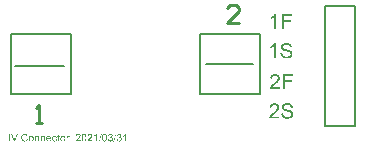
<source format=gbr>
%TF.GenerationSoftware,Altium Limited,Altium Designer,21.2.2 (38)*%
G04 Layer_Color=65535*
%FSLAX45Y45*%
%MOMM*%
%TF.SameCoordinates,1AF87C27-E779-4CC2-BA0B-C17CB3467C97*%
%TF.FilePolarity,Positive*%
%TF.FileFunction,Legend,Top*%
%TF.Part,Single*%
G01*
G75*
%TA.AperFunction,NonConductor*%
%ADD14C,0.20000*%
%ADD15C,0.25400*%
G36*
X2463883Y442394D02*
X2465179D01*
X2468698Y442023D01*
X2472586Y441468D01*
X2476660Y440542D01*
X2481104Y439431D01*
X2485177Y437950D01*
X2485363D01*
X2485733Y437764D01*
X2486288Y437394D01*
X2487029Y437024D01*
X2488881Y436098D01*
X2491288Y434431D01*
X2494065Y432580D01*
X2496843Y430173D01*
X2499435Y427395D01*
X2501842Y424247D01*
Y424062D01*
X2502028Y423877D01*
X2502398Y423321D01*
X2502768Y422766D01*
X2503694Y420914D01*
X2504805Y418507D01*
X2506101Y415545D01*
X2507027Y412026D01*
X2507953Y408323D01*
X2508323Y404249D01*
X2492029Y402953D01*
Y403138D01*
Y403509D01*
X2491843Y404064D01*
X2491658Y404990D01*
X2491103Y407027D01*
X2490362Y409804D01*
X2489251Y412767D01*
X2487585Y415730D01*
X2485548Y418507D01*
X2482955Y421099D01*
X2482585Y421285D01*
X2481659Y422025D01*
X2479808Y423136D01*
X2477400Y424247D01*
X2474253Y425358D01*
X2470549Y426469D01*
X2465920Y427210D01*
X2460735Y427395D01*
X2458143D01*
X2457032Y427210D01*
X2455551Y427025D01*
X2452218Y426654D01*
X2448515Y425914D01*
X2444811Y424988D01*
X2441293Y423507D01*
X2439812Y422581D01*
X2438330Y421655D01*
X2437960Y421470D01*
X2437219Y420729D01*
X2436108Y419433D01*
X2434997Y417952D01*
X2433701Y415915D01*
X2432590Y413693D01*
X2431850Y411101D01*
X2431479Y408138D01*
Y407768D01*
Y407027D01*
X2431664Y405731D01*
X2432035Y404249D01*
X2432590Y402398D01*
X2433516Y400546D01*
X2434627Y398694D01*
X2436294Y396843D01*
X2436479Y396658D01*
X2437405Y396102D01*
X2438145Y395547D01*
X2438886Y395176D01*
X2439997Y394621D01*
X2441293Y393880D01*
X2442960Y393325D01*
X2444811Y392584D01*
X2446848Y391843D01*
X2449255Y390917D01*
X2451848Y390177D01*
X2454810Y389251D01*
X2458143Y388510D01*
X2461846Y387584D01*
X2462032D01*
X2462772Y387399D01*
X2463883Y387214D01*
X2465179Y386844D01*
X2466846Y386473D01*
X2468883Y385918D01*
X2470920Y385362D01*
X2473142Y384807D01*
X2477956Y383511D01*
X2482585Y382215D01*
X2484807Y381474D01*
X2486844Y380733D01*
X2488696Y380178D01*
X2490177Y379437D01*
X2490362D01*
X2490732Y379252D01*
X2491288Y378882D01*
X2492029Y378511D01*
X2494065Y377400D01*
X2496473Y375919D01*
X2499250Y373882D01*
X2502028Y371660D01*
X2504620Y369068D01*
X2506842Y366290D01*
X2507027Y365920D01*
X2507768Y364994D01*
X2508508Y363328D01*
X2509619Y361106D01*
X2510545Y358513D01*
X2511471Y355366D01*
X2512026Y351847D01*
X2512212Y348144D01*
Y347959D01*
Y347774D01*
Y347218D01*
Y346478D01*
X2511841Y344441D01*
X2511471Y341848D01*
X2510730Y338886D01*
X2509804Y335738D01*
X2508323Y332405D01*
X2506286Y328887D01*
Y328702D01*
X2506101Y328516D01*
X2505175Y327405D01*
X2503879Y325739D01*
X2502028Y323887D01*
X2499620Y321665D01*
X2496658Y319258D01*
X2493325Y317036D01*
X2489436Y314999D01*
X2489251D01*
X2488881Y314814D01*
X2488325Y314629D01*
X2487585Y314259D01*
X2486474Y313888D01*
X2485177Y313333D01*
X2482215Y312592D01*
X2478697Y311666D01*
X2474438Y310741D01*
X2469809Y310185D01*
X2464809Y310000D01*
X2461846D01*
X2460365Y310185D01*
X2458699D01*
X2456847Y310370D01*
X2454625Y310555D01*
X2449996Y311296D01*
X2445182Y312037D01*
X2440367Y313333D01*
X2435738Y314999D01*
X2435553D01*
X2435183Y315185D01*
X2434627Y315555D01*
X2433886Y315925D01*
X2431664Y317036D01*
X2429072Y318703D01*
X2426109Y320925D01*
X2422962Y323517D01*
X2419999Y326665D01*
X2417221Y330183D01*
Y330368D01*
X2416851Y330738D01*
X2416666Y331294D01*
X2416110Y332035D01*
X2415740Y332960D01*
X2415185Y334071D01*
X2413888Y336849D01*
X2412592Y340367D01*
X2411481Y344256D01*
X2410741Y348700D01*
X2410370Y353329D01*
X2426295Y354810D01*
Y354625D01*
Y354440D01*
X2426480Y353884D01*
Y353144D01*
X2426850Y351477D01*
X2427406Y349070D01*
X2428146Y346663D01*
X2428887Y343885D01*
X2430183Y341293D01*
X2431479Y338886D01*
X2431664Y338701D01*
X2432220Y337960D01*
X2433146Y336664D01*
X2434627Y335368D01*
X2436479Y333701D01*
X2438516Y332035D01*
X2441293Y330368D01*
X2444256Y328887D01*
X2444441D01*
X2444626Y328702D01*
X2445182Y328516D01*
X2445737Y328331D01*
X2447589Y327776D01*
X2449996Y327035D01*
X2452959Y326294D01*
X2456292Y325739D01*
X2459995Y325369D01*
X2464068Y325183D01*
X2465735D01*
X2467587Y325369D01*
X2469809Y325554D01*
X2472401Y325924D01*
X2475364Y326294D01*
X2478326Y327035D01*
X2481104Y327961D01*
X2481474Y328146D01*
X2482400Y328516D01*
X2483696Y329257D01*
X2485363Y329998D01*
X2487029Y331294D01*
X2488881Y332590D01*
X2490732Y334071D01*
X2492214Y335923D01*
X2492399Y336108D01*
X2492769Y336849D01*
X2493325Y337775D01*
X2494065Y339256D01*
X2494806Y340737D01*
X2495362Y342589D01*
X2495732Y344626D01*
X2495917Y346848D01*
Y347033D01*
Y347959D01*
X2495732Y349070D01*
X2495547Y350551D01*
X2494991Y352033D01*
X2494436Y353884D01*
X2493510Y355736D01*
X2492214Y357402D01*
X2492029Y357588D01*
X2491473Y358143D01*
X2490732Y358884D01*
X2489436Y359995D01*
X2487955Y361106D01*
X2485918Y362402D01*
X2483511Y363698D01*
X2480733Y364809D01*
X2480548Y364994D01*
X2479622Y365179D01*
X2478141Y365735D01*
X2477215Y365920D01*
X2475919Y366290D01*
X2474623Y366846D01*
X2472956Y367216D01*
X2471105Y367772D01*
X2468883Y368327D01*
X2466661Y368883D01*
X2464068Y369623D01*
X2461106Y370364D01*
X2457958Y371105D01*
X2457773D01*
X2457217Y371290D01*
X2456292Y371475D01*
X2455181Y371845D01*
X2453699Y372216D01*
X2452033Y372586D01*
X2448329Y373697D01*
X2444256Y374993D01*
X2439997Y376289D01*
X2436294Y377585D01*
X2434627Y378326D01*
X2433146Y379067D01*
X2432961D01*
X2432775Y379252D01*
X2431664Y379993D01*
X2429998Y380918D01*
X2428146Y382400D01*
X2425924Y384066D01*
X2423702Y386103D01*
X2421480Y388510D01*
X2419629Y391103D01*
X2419443Y391473D01*
X2418888Y392399D01*
X2418147Y393880D01*
X2417407Y395732D01*
X2416666Y398139D01*
X2415925Y400916D01*
X2415370Y403879D01*
X2415185Y407027D01*
Y407212D01*
Y407397D01*
Y407953D01*
Y408693D01*
X2415555Y410545D01*
X2415925Y412952D01*
X2416481Y415730D01*
X2417407Y418877D01*
X2418703Y422025D01*
X2420554Y425173D01*
Y425358D01*
X2420740Y425543D01*
X2421665Y426654D01*
X2422962Y428136D01*
X2424628Y429987D01*
X2426850Y432024D01*
X2429628Y434246D01*
X2432961Y436283D01*
X2436664Y438135D01*
X2436849D01*
X2437219Y438320D01*
X2437775Y438505D01*
X2438516Y438875D01*
X2439441Y439246D01*
X2440738Y439616D01*
X2443515Y440357D01*
X2447033Y441097D01*
X2451107Y441838D01*
X2455366Y442394D01*
X2460180Y442579D01*
X2462587D01*
X2463883Y442394D01*
D02*
G37*
G36*
X2355561Y440727D02*
X2357043Y440542D01*
X2358894Y440357D01*
X2360931Y439986D01*
X2362968Y439616D01*
X2367782Y438320D01*
X2372596Y436468D01*
X2375004Y435357D01*
X2377411Y434061D01*
X2379633Y432395D01*
X2381670Y430543D01*
X2381855Y430358D01*
X2382225Y430173D01*
X2382595Y429432D01*
X2383336Y428691D01*
X2384262Y427765D01*
X2385188Y426469D01*
X2386114Y425173D01*
X2387225Y423507D01*
X2389076Y419988D01*
X2390928Y415545D01*
X2391669Y413323D01*
X2392039Y410730D01*
X2392409Y408138D01*
X2392594Y405360D01*
Y404990D01*
Y404064D01*
X2392409Y402583D01*
X2392224Y400546D01*
X2391854Y398324D01*
X2391113Y395732D01*
X2390372Y392954D01*
X2389261Y390177D01*
X2389076Y389806D01*
X2388706Y388881D01*
X2387965Y387399D01*
X2386854Y385362D01*
X2385373Y383140D01*
X2383521Y380363D01*
X2381299Y377585D01*
X2378707Y374438D01*
X2378337Y374067D01*
X2377411Y372956D01*
X2376485Y372030D01*
X2375559Y371105D01*
X2374448Y369994D01*
X2372967Y368512D01*
X2371485Y367031D01*
X2369634Y365365D01*
X2367782Y363513D01*
X2365560Y361476D01*
X2363153Y359439D01*
X2360561Y357032D01*
X2357598Y354625D01*
X2354635Y352033D01*
X2354450Y351847D01*
X2354080Y351477D01*
X2353339Y350922D01*
X2352413Y350181D01*
X2351302Y349070D01*
X2350006Y347959D01*
X2347044Y345552D01*
X2343896Y342774D01*
X2340933Y339997D01*
X2338341Y337590D01*
X2337230Y336664D01*
X2336304Y335738D01*
X2336119Y335553D01*
X2335563Y334997D01*
X2334823Y334257D01*
X2333897Y333146D01*
X2332971Y331849D01*
X2331860Y330553D01*
X2329638Y327405D01*
X2392780D01*
Y312222D01*
X2307788D01*
Y312407D01*
Y313148D01*
Y314259D01*
X2307974Y315740D01*
X2308159Y317407D01*
X2308529Y319258D01*
X2308899Y321110D01*
X2309640Y323147D01*
Y323332D01*
X2309825Y323517D01*
X2310196Y324628D01*
X2310936Y326294D01*
X2312047Y328516D01*
X2313529Y331109D01*
X2315380Y334071D01*
X2317417Y337034D01*
X2320009Y340182D01*
Y340367D01*
X2320380Y340552D01*
X2321305Y341663D01*
X2322972Y343330D01*
X2325379Y345737D01*
X2328157Y348514D01*
X2331675Y351847D01*
X2335934Y355551D01*
X2340563Y359439D01*
X2340748Y359624D01*
X2341489Y360180D01*
X2342600Y361106D01*
X2343896Y362217D01*
X2345562Y363698D01*
X2347599Y365365D01*
X2349636Y367216D01*
X2352043Y369253D01*
X2356672Y373697D01*
X2361301Y378141D01*
X2363523Y380363D01*
X2365560Y382585D01*
X2367412Y384622D01*
X2368893Y386659D01*
Y386844D01*
X2369263Y387029D01*
X2369634Y387584D01*
X2370004Y388325D01*
X2371300Y390362D01*
X2372782Y392769D01*
X2374078Y395732D01*
X2375374Y398880D01*
X2376115Y402398D01*
X2376485Y405731D01*
Y405916D01*
Y406101D01*
X2376300Y407212D01*
X2376115Y409064D01*
X2375559Y411101D01*
X2374818Y413693D01*
X2373522Y416285D01*
X2371856Y418877D01*
X2369634Y421470D01*
X2369263Y421840D01*
X2368338Y422581D01*
X2367041Y423507D01*
X2365005Y424803D01*
X2362412Y425914D01*
X2359450Y427025D01*
X2355932Y427765D01*
X2352043Y427951D01*
X2350932D01*
X2350191Y427765D01*
X2347969Y427580D01*
X2345377Y427025D01*
X2342600Y426284D01*
X2339452Y424988D01*
X2336489Y423321D01*
X2333712Y421099D01*
X2333341Y420729D01*
X2332601Y419803D01*
X2331490Y418322D01*
X2330379Y416100D01*
X2329082Y413508D01*
X2327971Y410175D01*
X2327231Y406471D01*
X2326860Y402213D01*
X2310751Y403879D01*
Y404064D01*
X2310936Y404620D01*
Y405546D01*
X2311121Y406842D01*
X2311492Y408323D01*
X2311862Y409990D01*
X2312418Y412026D01*
X2312973Y414063D01*
X2314454Y418507D01*
X2316676Y422951D01*
X2317973Y425173D01*
X2319639Y427395D01*
X2321305Y429432D01*
X2323157Y431284D01*
X2323342Y431469D01*
X2323713Y431654D01*
X2324268Y432209D01*
X2325194Y432765D01*
X2326305Y433506D01*
X2327601Y434246D01*
X2329082Y435172D01*
X2330934Y436098D01*
X2332971Y437024D01*
X2335193Y437950D01*
X2337600Y438690D01*
X2340192Y439431D01*
X2342970Y439986D01*
X2345933Y440542D01*
X2349080Y440727D01*
X2352413Y440912D01*
X2354265D01*
X2355561Y440727D01*
D02*
G37*
G36*
X2507860Y672951D02*
X2438238D01*
Y633326D01*
X2498417D01*
Y618142D01*
X2438238D01*
Y560000D01*
X2421203D01*
Y688135D01*
X2507860D01*
Y672951D01*
D02*
G37*
G36*
X2359913Y688505D02*
X2361394Y688320D01*
X2363246Y688135D01*
X2365283Y687764D01*
X2367319Y687394D01*
X2372134Y686098D01*
X2376948Y684246D01*
X2379355Y683135D01*
X2381762Y681839D01*
X2383984Y680173D01*
X2386021Y678321D01*
X2386206Y678136D01*
X2386577Y677951D01*
X2386947Y677210D01*
X2387688Y676469D01*
X2388613Y675543D01*
X2389539Y674247D01*
X2390465Y672951D01*
X2391576Y671285D01*
X2393428Y667767D01*
X2395279Y663323D01*
X2396020Y661101D01*
X2396390Y658508D01*
X2396761Y655916D01*
X2396946Y653138D01*
Y652768D01*
Y651842D01*
X2396761Y650361D01*
X2396576Y648324D01*
X2396205Y646102D01*
X2395465Y643510D01*
X2394724Y640732D01*
X2393613Y637955D01*
X2393428Y637584D01*
X2393057Y636659D01*
X2392317Y635177D01*
X2391206Y633140D01*
X2389724Y630918D01*
X2387873Y628141D01*
X2385651Y625363D01*
X2383058Y622216D01*
X2382688Y621845D01*
X2381762Y620734D01*
X2380836Y619809D01*
X2379911Y618883D01*
X2378800Y617772D01*
X2377318Y616290D01*
X2375837Y614809D01*
X2373985Y613143D01*
X2372134Y611291D01*
X2369912Y609254D01*
X2367505Y607217D01*
X2364912Y604810D01*
X2361950Y602403D01*
X2358987Y599811D01*
X2358802Y599625D01*
X2358431Y599255D01*
X2357691Y598700D01*
X2356765Y597959D01*
X2355654Y596848D01*
X2354358Y595737D01*
X2351395Y593330D01*
X2348247Y590552D01*
X2345285Y587775D01*
X2342692Y585368D01*
X2341581Y584442D01*
X2340655Y583516D01*
X2340470Y583331D01*
X2339915Y582775D01*
X2339174Y582035D01*
X2338248Y580924D01*
X2337322Y579627D01*
X2336211Y578331D01*
X2333989Y575184D01*
X2397131D01*
Y560000D01*
X2312140D01*
Y560185D01*
Y560926D01*
Y562037D01*
X2312325Y563518D01*
X2312510Y565185D01*
X2312881Y567036D01*
X2313251Y568888D01*
X2313992Y570925D01*
Y571110D01*
X2314177Y571295D01*
X2314547Y572406D01*
X2315288Y574073D01*
X2316399Y576295D01*
X2317880Y578887D01*
X2319732Y581849D01*
X2321769Y584812D01*
X2324361Y587960D01*
Y588145D01*
X2324731Y588330D01*
X2325657Y589441D01*
X2327324Y591108D01*
X2329731Y593515D01*
X2332508Y596292D01*
X2336026Y599625D01*
X2340285Y603329D01*
X2344914Y607217D01*
X2345099Y607402D01*
X2345840Y607958D01*
X2346951Y608884D01*
X2348247Y609995D01*
X2349914Y611476D01*
X2351951Y613143D01*
X2353987Y614994D01*
X2356395Y617031D01*
X2361024Y621475D01*
X2365653Y625919D01*
X2367875Y628141D01*
X2369912Y630363D01*
X2371763Y632400D01*
X2373245Y634437D01*
Y634622D01*
X2373615Y634807D01*
X2373985Y635362D01*
X2374356Y636103D01*
X2375652Y638140D01*
X2377133Y640547D01*
X2378429Y643510D01*
X2379725Y646658D01*
X2380466Y650176D01*
X2380836Y653509D01*
Y653694D01*
Y653879D01*
X2380651Y654990D01*
X2380466Y656842D01*
X2379911Y658879D01*
X2379170Y661471D01*
X2377874Y664063D01*
X2376207Y666656D01*
X2373985Y669248D01*
X2373615Y669618D01*
X2372689Y670359D01*
X2371393Y671285D01*
X2369356Y672581D01*
X2366764Y673692D01*
X2363801Y674803D01*
X2360283Y675543D01*
X2356395Y675729D01*
X2355284D01*
X2354543Y675543D01*
X2352321Y675358D01*
X2349729Y674803D01*
X2346951Y674062D01*
X2343803Y672766D01*
X2340841Y671099D01*
X2338063Y668878D01*
X2337693Y668507D01*
X2336952Y667581D01*
X2335841Y666100D01*
X2334730Y663878D01*
X2333434Y661286D01*
X2332323Y657953D01*
X2331582Y654249D01*
X2331212Y649991D01*
X2315103Y651657D01*
Y651842D01*
X2315288Y652398D01*
Y653324D01*
X2315473Y654620D01*
X2315843Y656101D01*
X2316214Y657768D01*
X2316769Y659804D01*
X2317325Y661841D01*
X2318806Y666285D01*
X2321028Y670729D01*
X2322324Y672951D01*
X2323991Y675173D01*
X2325657Y677210D01*
X2327509Y679062D01*
X2327694Y679247D01*
X2328064Y679432D01*
X2328620Y679987D01*
X2329546Y680543D01*
X2330657Y681284D01*
X2331953Y682024D01*
X2333434Y682950D01*
X2335286Y683876D01*
X2337322Y684802D01*
X2339544Y685728D01*
X2341952Y686468D01*
X2344544Y687209D01*
X2347321Y687764D01*
X2350284Y688320D01*
X2353432Y688505D01*
X2356765Y688690D01*
X2358617D01*
X2359913Y688505D01*
D02*
G37*
G36*
X2456755Y952394D02*
X2458051D01*
X2461569Y952023D01*
X2465457Y951468D01*
X2469531Y950542D01*
X2473975Y949431D01*
X2478049Y947950D01*
X2478234D01*
X2478604Y947764D01*
X2479160Y947394D01*
X2479900Y947024D01*
X2481752Y946098D01*
X2484159Y944431D01*
X2486937Y942580D01*
X2489714Y940173D01*
X2492306Y937395D01*
X2494714Y934247D01*
Y934062D01*
X2494899Y933877D01*
X2495269Y933321D01*
X2495639Y932766D01*
X2496565Y930914D01*
X2497676Y928507D01*
X2498972Y925545D01*
X2499898Y922026D01*
X2500824Y918323D01*
X2501194Y914249D01*
X2484900Y912953D01*
Y913138D01*
Y913509D01*
X2484715Y914064D01*
X2484529Y914990D01*
X2483974Y917027D01*
X2483233Y919804D01*
X2482122Y922767D01*
X2480456Y925730D01*
X2478419Y928507D01*
X2475827Y931099D01*
X2475456Y931285D01*
X2474530Y932025D01*
X2472679Y933136D01*
X2470272Y934247D01*
X2467124Y935358D01*
X2463421Y936469D01*
X2458791Y937210D01*
X2453607Y937395D01*
X2451014D01*
X2449903Y937210D01*
X2448422Y937025D01*
X2445089Y936654D01*
X2441386Y935914D01*
X2437682Y934988D01*
X2434164Y933507D01*
X2432683Y932581D01*
X2431202Y931655D01*
X2430831Y931470D01*
X2430091Y930729D01*
X2428980Y929433D01*
X2427869Y927952D01*
X2426572Y925915D01*
X2425461Y923693D01*
X2424721Y921101D01*
X2424350Y918138D01*
Y917768D01*
Y917027D01*
X2424536Y915731D01*
X2424906Y914249D01*
X2425461Y912398D01*
X2426387Y910546D01*
X2427498Y908694D01*
X2429165Y906843D01*
X2429350Y906658D01*
X2430276Y906102D01*
X2431016Y905547D01*
X2431757Y905176D01*
X2432868Y904621D01*
X2434164Y903880D01*
X2435831Y903325D01*
X2437682Y902584D01*
X2439719Y901843D01*
X2442126Y900917D01*
X2444719Y900177D01*
X2447681Y899251D01*
X2451014Y898510D01*
X2454718Y897584D01*
X2454903D01*
X2455644Y897399D01*
X2456755Y897214D01*
X2458051Y896844D01*
X2459717Y896473D01*
X2461754Y895918D01*
X2463791Y895362D01*
X2466013Y894807D01*
X2470827Y893511D01*
X2475456Y892215D01*
X2477678Y891474D01*
X2479715Y890733D01*
X2481567Y890178D01*
X2483048Y889437D01*
X2483233D01*
X2483604Y889252D01*
X2484159Y888882D01*
X2484900Y888511D01*
X2486937Y887400D01*
X2489344Y885919D01*
X2492121Y883882D01*
X2494899Y881660D01*
X2497491Y879068D01*
X2499713Y876290D01*
X2499898Y875920D01*
X2500639Y874994D01*
X2501380Y873328D01*
X2502491Y871106D01*
X2503416Y868513D01*
X2504342Y865366D01*
X2504898Y861847D01*
X2505083Y858144D01*
Y857959D01*
Y857774D01*
Y857218D01*
Y856478D01*
X2504713Y854441D01*
X2504342Y851848D01*
X2503602Y848886D01*
X2502676Y845738D01*
X2501194Y842405D01*
X2499158Y838887D01*
Y838702D01*
X2498972Y838516D01*
X2498047Y837405D01*
X2496750Y835739D01*
X2494899Y833887D01*
X2492492Y831665D01*
X2489529Y829258D01*
X2486196Y827036D01*
X2482307Y824999D01*
X2482122D01*
X2481752Y824814D01*
X2481196Y824629D01*
X2480456Y824259D01*
X2479345Y823888D01*
X2478049Y823333D01*
X2475086Y822592D01*
X2471568Y821666D01*
X2467309Y820741D01*
X2462680Y820185D01*
X2457680Y820000D01*
X2454718D01*
X2453236Y820185D01*
X2451570D01*
X2449718Y820370D01*
X2447496Y820555D01*
X2442867Y821296D01*
X2438053Y822037D01*
X2433238Y823333D01*
X2428609Y824999D01*
X2428424D01*
X2428054Y825185D01*
X2427498Y825555D01*
X2426758Y825925D01*
X2424536Y827036D01*
X2421943Y828703D01*
X2418981Y830925D01*
X2415833Y833517D01*
X2412870Y836665D01*
X2410093Y840183D01*
Y840368D01*
X2409722Y840738D01*
X2409537Y841294D01*
X2408982Y842035D01*
X2408611Y842960D01*
X2408056Y844071D01*
X2406760Y846849D01*
X2405464Y850367D01*
X2404353Y854256D01*
X2403612Y858700D01*
X2403242Y863329D01*
X2419166Y864810D01*
Y864625D01*
Y864440D01*
X2419351Y863884D01*
Y863144D01*
X2419721Y861477D01*
X2420277Y859070D01*
X2421018Y856663D01*
X2421758Y853885D01*
X2423054Y851293D01*
X2424350Y848886D01*
X2424536Y848701D01*
X2425091Y847960D01*
X2426017Y846664D01*
X2427498Y845368D01*
X2429350Y843701D01*
X2431387Y842035D01*
X2434164Y840368D01*
X2437127Y838887D01*
X2437312D01*
X2437497Y838702D01*
X2438053Y838516D01*
X2438608Y838331D01*
X2440460Y837776D01*
X2442867Y837035D01*
X2445830Y836294D01*
X2449163Y835739D01*
X2452866Y835369D01*
X2456940Y835183D01*
X2458606D01*
X2460458Y835369D01*
X2462680Y835554D01*
X2465272Y835924D01*
X2468235Y836294D01*
X2471197Y837035D01*
X2473975Y837961D01*
X2474345Y838146D01*
X2475271Y838516D01*
X2476567Y839257D01*
X2478234Y839998D01*
X2479900Y841294D01*
X2481752Y842590D01*
X2483604Y844071D01*
X2485085Y845923D01*
X2485270Y846108D01*
X2485640Y846849D01*
X2486196Y847775D01*
X2486937Y849256D01*
X2487677Y850737D01*
X2488233Y852589D01*
X2488603Y854626D01*
X2488788Y856848D01*
Y857033D01*
Y857959D01*
X2488603Y859070D01*
X2488418Y860551D01*
X2487862Y862033D01*
X2487307Y863884D01*
X2486381Y865736D01*
X2485085Y867402D01*
X2484900Y867588D01*
X2484344Y868143D01*
X2483604Y868884D01*
X2482307Y869995D01*
X2480826Y871106D01*
X2478789Y872402D01*
X2476382Y873698D01*
X2473605Y874809D01*
X2473419Y874994D01*
X2472494Y875179D01*
X2471012Y875735D01*
X2470087Y875920D01*
X2468790Y876290D01*
X2467494Y876846D01*
X2465828Y877216D01*
X2463976Y877772D01*
X2461754Y878327D01*
X2459532Y878883D01*
X2456940Y879623D01*
X2453977Y880364D01*
X2450829Y881105D01*
X2450644D01*
X2450089Y881290D01*
X2449163Y881475D01*
X2448052Y881845D01*
X2446570Y882216D01*
X2444904Y882586D01*
X2441201Y883697D01*
X2437127Y884993D01*
X2432868Y886289D01*
X2429165Y887585D01*
X2427498Y888326D01*
X2426017Y889067D01*
X2425832D01*
X2425647Y889252D01*
X2424536Y889993D01*
X2422869Y890918D01*
X2421018Y892400D01*
X2418796Y894066D01*
X2416574Y896103D01*
X2414352Y898510D01*
X2412500Y901103D01*
X2412315Y901473D01*
X2411759Y902399D01*
X2411019Y903880D01*
X2410278Y905732D01*
X2409537Y908139D01*
X2408797Y910916D01*
X2408241Y913879D01*
X2408056Y917027D01*
Y917212D01*
Y917397D01*
Y917953D01*
Y918693D01*
X2408426Y920545D01*
X2408797Y922952D01*
X2409352Y925730D01*
X2410278Y928877D01*
X2411574Y932025D01*
X2413426Y935173D01*
Y935358D01*
X2413611Y935543D01*
X2414537Y936654D01*
X2415833Y938136D01*
X2417499Y939987D01*
X2419721Y942024D01*
X2422499Y944246D01*
X2425832Y946283D01*
X2429535Y948135D01*
X2429720D01*
X2430091Y948320D01*
X2430646Y948505D01*
X2431387Y948875D01*
X2432313Y949246D01*
X2433609Y949616D01*
X2436386Y950357D01*
X2439904Y951097D01*
X2443978Y951838D01*
X2448237Y952394D01*
X2453051Y952579D01*
X2455458D01*
X2456755Y952394D01*
D02*
G37*
G36*
X2362135Y822222D02*
X2346396D01*
Y922397D01*
X2346210Y922212D01*
X2345285Y921471D01*
X2344174Y920360D01*
X2342322Y919064D01*
X2340285Y917397D01*
X2337693Y915546D01*
X2334730Y913509D01*
X2331397Y911472D01*
X2331212D01*
X2331027Y911287D01*
X2329916Y910546D01*
X2328064Y909620D01*
X2325842Y908509D01*
X2323250Y907213D01*
X2320472Y905917D01*
X2317695Y904621D01*
X2314917Y903510D01*
Y918693D01*
X2315103D01*
X2315473Y919064D01*
X2316214Y919249D01*
X2317139Y919804D01*
X2318250Y920360D01*
X2319547Y921101D01*
X2322694Y922952D01*
X2326398Y924989D01*
X2330101Y927581D01*
X2333989Y930544D01*
X2337878Y933692D01*
X2338063Y933877D01*
X2338248Y934062D01*
X2338804Y934618D01*
X2339544Y935173D01*
X2341211Y937025D01*
X2343433Y939247D01*
X2345655Y941839D01*
X2348062Y944802D01*
X2350099Y947764D01*
X2351951Y950912D01*
X2362135D01*
Y822222D01*
D02*
G37*
G36*
X2500731Y1182951D02*
X2431109D01*
Y1143326D01*
X2491288D01*
Y1128142D01*
X2431109D01*
Y1070000D01*
X2414074D01*
Y1198135D01*
X2500731D01*
Y1182951D01*
D02*
G37*
G36*
X2366486Y1070000D02*
X2350747D01*
Y1170175D01*
X2350562Y1169990D01*
X2349636Y1169249D01*
X2348525Y1168138D01*
X2346673Y1166842D01*
X2344636Y1165175D01*
X2342044Y1163324D01*
X2339081Y1161287D01*
X2335748Y1159250D01*
X2335563D01*
X2335378Y1159065D01*
X2334267Y1158324D01*
X2332415Y1157398D01*
X2330193Y1156287D01*
X2327601Y1154991D01*
X2324824Y1153695D01*
X2322046Y1152399D01*
X2319269Y1151288D01*
Y1166471D01*
X2319454D01*
X2319824Y1166842D01*
X2320565Y1167027D01*
X2321491Y1167582D01*
X2322602Y1168138D01*
X2323898Y1168879D01*
X2327046Y1170730D01*
X2330749Y1172767D01*
X2334452Y1175359D01*
X2338341Y1178322D01*
X2342229Y1181470D01*
X2342414Y1181655D01*
X2342600Y1181840D01*
X2343155Y1182396D01*
X2343896Y1182951D01*
X2345562Y1184803D01*
X2347784Y1187025D01*
X2350006Y1189617D01*
X2352413Y1192580D01*
X2354450Y1195542D01*
X2356302Y1198690D01*
X2366486D01*
Y1070000D01*
D02*
G37*
G36*
X239884Y182748D02*
X240716Y182656D01*
X241733Y182563D01*
X242750Y182471D01*
X243952Y182193D01*
X246448Y181639D01*
X249222Y180807D01*
X250609Y180252D01*
X251903Y179605D01*
X253198Y178773D01*
X254492Y177940D01*
X254584Y177848D01*
X254769Y177756D01*
X255139Y177478D01*
X255601Y177016D01*
X256064Y176554D01*
X256711Y175906D01*
X257358Y175167D01*
X258098Y174427D01*
X258837Y173503D01*
X259577Y172393D01*
X260409Y171284D01*
X261149Y170082D01*
X261796Y168695D01*
X262536Y167308D01*
X263090Y165829D01*
X263645Y164165D01*
X255324Y162223D01*
Y162315D01*
X255232Y162500D01*
X255047Y162870D01*
X254862Y163332D01*
X254677Y163887D01*
X254400Y164627D01*
X253660Y166106D01*
X252735Y167770D01*
X251626Y169435D01*
X250239Y171006D01*
X248760Y172393D01*
X248575Y172578D01*
X248020Y172948D01*
X247096Y173410D01*
X245894Y174057D01*
X244322Y174612D01*
X242565Y175167D01*
X240439Y175537D01*
X238127Y175629D01*
X237388D01*
X236925Y175537D01*
X236278D01*
X235539Y175444D01*
X233782Y175167D01*
X231840Y174797D01*
X229806Y174150D01*
X227680Y173225D01*
X225738Y172023D01*
X225646D01*
X225553Y171838D01*
X224906Y171376D01*
X224074Y170636D01*
X223057Y169527D01*
X221855Y168140D01*
X220746Y166568D01*
X219729Y164627D01*
X218804Y162500D01*
Y162408D01*
X218712Y162223D01*
X218619Y161946D01*
X218527Y161483D01*
X218342Y160929D01*
X218157Y160281D01*
X217879Y158710D01*
X217510Y156860D01*
X217140Y154826D01*
X216955Y152608D01*
X216862Y150204D01*
Y150111D01*
Y149834D01*
Y149372D01*
Y148817D01*
X216955Y148170D01*
Y147338D01*
X217047Y146413D01*
X217140Y145396D01*
X217417Y143177D01*
X217879Y140773D01*
X218434Y138369D01*
X219174Y135965D01*
Y135873D01*
X219266Y135688D01*
X219451Y135411D01*
X219636Y134948D01*
X220191Y133839D01*
X221023Y132545D01*
X222040Y131065D01*
X223334Y129494D01*
X224814Y128107D01*
X226570Y126812D01*
X226663D01*
X226848Y126720D01*
X227125Y126535D01*
X227495Y126350D01*
X227957Y126165D01*
X228512Y125888D01*
X229806Y125333D01*
X231470Y124778D01*
X233320Y124316D01*
X235354Y123946D01*
X237480Y123854D01*
X238127D01*
X238682Y123946D01*
X239329D01*
X239976Y124039D01*
X241641Y124408D01*
X243582Y124871D01*
X245524Y125610D01*
X247558Y126627D01*
X248575Y127182D01*
X249499Y127922D01*
X249592Y128014D01*
X249684Y128107D01*
X249962Y128384D01*
X250331Y128661D01*
X250701Y129124D01*
X251164Y129678D01*
X251718Y130233D01*
X252181Y130973D01*
X252735Y131805D01*
X253383Y132729D01*
X253937Y133654D01*
X254492Y134764D01*
X254954Y135965D01*
X255417Y137260D01*
X255879Y138647D01*
X256249Y140126D01*
X264755Y137999D01*
Y137907D01*
X264662Y137537D01*
X264477Y136982D01*
X264200Y136243D01*
X263923Y135411D01*
X263553Y134394D01*
X263090Y133284D01*
X262536Y132082D01*
X261241Y129494D01*
X259577Y126905D01*
X258560Y125610D01*
X257543Y124316D01*
X256434Y123207D01*
X255139Y122097D01*
X255047Y122005D01*
X254862Y121820D01*
X254400Y121635D01*
X253937Y121265D01*
X253198Y120803D01*
X252458Y120340D01*
X251441Y119878D01*
X250424Y119416D01*
X249222Y118861D01*
X247928Y118399D01*
X246541Y117937D01*
X245061Y117474D01*
X243490Y117104D01*
X241826Y116920D01*
X240069Y116735D01*
X238220Y116642D01*
X237203D01*
X236463Y116735D01*
X235631D01*
X234614Y116827D01*
X233504Y117012D01*
X232210Y117197D01*
X229529Y117659D01*
X226755Y118399D01*
X223982Y119416D01*
X222687Y120063D01*
X221393Y120803D01*
X221300Y120895D01*
X221115Y120988D01*
X220746Y121265D01*
X220376Y121635D01*
X219821Y122005D01*
X219174Y122559D01*
X218434Y123207D01*
X217695Y123946D01*
X216955Y124778D01*
X216123Y125610D01*
X214459Y127737D01*
X212887Y130233D01*
X211500Y133007D01*
Y133099D01*
X211315Y133377D01*
X211223Y133839D01*
X210945Y134394D01*
X210760Y135133D01*
X210483Y136058D01*
X210113Y137075D01*
X209836Y138184D01*
X209558Y139386D01*
X209189Y140773D01*
X208726Y143639D01*
X208356Y146875D01*
X208172Y150204D01*
Y150296D01*
Y150666D01*
Y151221D01*
X208264Y151868D01*
Y152792D01*
X208356Y153717D01*
X208449Y154919D01*
X208634Y156121D01*
X209096Y158802D01*
X209743Y161761D01*
X210668Y164719D01*
X211962Y167585D01*
X212055Y167678D01*
X212147Y167955D01*
X212332Y168325D01*
X212702Y168787D01*
X213072Y169435D01*
X213534Y170174D01*
X214736Y171838D01*
X216308Y173687D01*
X218157Y175537D01*
X220283Y177386D01*
X222780Y178957D01*
X222872Y179050D01*
X223149Y179142D01*
X223519Y179327D01*
X223982Y179605D01*
X224721Y179882D01*
X225461Y180159D01*
X226385Y180529D01*
X227402Y180899D01*
X228512Y181269D01*
X229714Y181639D01*
X232303Y182193D01*
X235261Y182656D01*
X238312Y182841D01*
X239237D01*
X239884Y182748D01*
D02*
G37*
G36*
X396874Y165089D02*
X397891Y164997D01*
X399093Y164812D01*
X400388Y164534D01*
X401774Y164165D01*
X403069Y163610D01*
X403254Y163517D01*
X403624Y163332D01*
X404271Y163055D01*
X405010Y162593D01*
X405935Y162038D01*
X406767Y161298D01*
X407599Y160559D01*
X408339Y159634D01*
X408431Y159542D01*
X408616Y159172D01*
X408894Y158710D01*
X409356Y158062D01*
X409726Y157138D01*
X410095Y156213D01*
X410558Y155104D01*
X410835Y153902D01*
Y153809D01*
X410928Y153440D01*
X411020Y152885D01*
X411112Y152145D01*
Y151036D01*
X411205Y149741D01*
X411297Y148170D01*
Y146228D01*
Y117752D01*
X403439D01*
Y145858D01*
Y145951D01*
Y146043D01*
Y146690D01*
Y147522D01*
X403346Y148539D01*
X403254Y149741D01*
X403069Y150943D01*
X402791Y152053D01*
X402514Y153070D01*
Y153162D01*
X402329Y153440D01*
X402052Y153902D01*
X401774Y154457D01*
X401312Y155011D01*
X400757Y155659D01*
X400018Y156306D01*
X399186Y156860D01*
X399093Y156953D01*
X398816Y157138D01*
X398261Y157323D01*
X397614Y157600D01*
X396874Y157878D01*
X395950Y158155D01*
X394840Y158247D01*
X393731Y158340D01*
X393268D01*
X392899Y158247D01*
X391974Y158155D01*
X390772Y157970D01*
X389478Y157508D01*
X387998Y156953D01*
X386519Y156213D01*
X385132Y155104D01*
X384947Y154919D01*
X384578Y154457D01*
X384300Y154087D01*
X384023Y153625D01*
X383653Y153070D01*
X383376Y152423D01*
X383006Y151683D01*
X382636Y150758D01*
X382359Y149741D01*
X382081Y148632D01*
X381896Y147430D01*
X381711Y146136D01*
X381527Y144564D01*
Y142992D01*
Y117752D01*
X373668D01*
Y164165D01*
X380694D01*
Y157508D01*
X380787Y157600D01*
X380972Y157878D01*
X381249Y158247D01*
X381619Y158710D01*
X382174Y159264D01*
X382821Y159912D01*
X383561Y160651D01*
X384485Y161391D01*
X385410Y162038D01*
X386519Y162778D01*
X387721Y163425D01*
X389015Y163980D01*
X390495Y164442D01*
X391974Y164812D01*
X393638Y165089D01*
X395395Y165182D01*
X396135D01*
X396874Y165089D01*
D02*
G37*
G36*
X347133D02*
X348150Y164997D01*
X349352Y164812D01*
X350646Y164534D01*
X352033Y164165D01*
X353327Y163610D01*
X353512Y163517D01*
X353882Y163332D01*
X354529Y163055D01*
X355269Y162593D01*
X356194Y162038D01*
X357026Y161298D01*
X357858Y160559D01*
X358597Y159634D01*
X358690Y159542D01*
X358875Y159172D01*
X359152Y158710D01*
X359614Y158062D01*
X359984Y157138D01*
X360354Y156213D01*
X360816Y155104D01*
X361094Y153902D01*
Y153809D01*
X361186Y153440D01*
X361279Y152885D01*
X361371Y152145D01*
Y151036D01*
X361464Y149741D01*
X361556Y148170D01*
Y146228D01*
Y117752D01*
X353697D01*
Y145858D01*
Y145951D01*
Y146043D01*
Y146690D01*
Y147522D01*
X353605Y148539D01*
X353512Y149741D01*
X353327Y150943D01*
X353050Y152053D01*
X352773Y153070D01*
Y153162D01*
X352588Y153440D01*
X352310Y153902D01*
X352033Y154457D01*
X351571Y155011D01*
X351016Y155659D01*
X350276Y156306D01*
X349444Y156860D01*
X349352Y156953D01*
X349074Y157138D01*
X348520Y157323D01*
X347873Y157600D01*
X347133Y157878D01*
X346208Y158155D01*
X345099Y158247D01*
X343989Y158340D01*
X343527D01*
X343157Y158247D01*
X342233Y158155D01*
X341031Y157970D01*
X339736Y157508D01*
X338257Y156953D01*
X336778Y156213D01*
X335391Y155104D01*
X335206Y154919D01*
X334836Y154457D01*
X334559Y154087D01*
X334282Y153625D01*
X333912Y153070D01*
X333634Y152423D01*
X333265Y151683D01*
X332895Y150758D01*
X332617Y149741D01*
X332340Y148632D01*
X332155Y147430D01*
X331970Y146136D01*
X331785Y144564D01*
Y142992D01*
Y117752D01*
X323926D01*
Y164165D01*
X330953D01*
Y157508D01*
X331046Y157600D01*
X331230Y157878D01*
X331508Y158247D01*
X331878Y158710D01*
X332432Y159264D01*
X333080Y159912D01*
X333819Y160651D01*
X334744Y161391D01*
X335668Y162038D01*
X336778Y162778D01*
X337980Y163425D01*
X339274Y163980D01*
X340753Y164442D01*
X342233Y164812D01*
X343897Y165089D01*
X345654Y165182D01*
X346393D01*
X347133Y165089D01*
D02*
G37*
G36*
X611002D02*
X612019Y164904D01*
X613221Y164534D01*
X614516Y164072D01*
X615995Y163425D01*
X617567Y162593D01*
X614701Y155381D01*
X614608Y155474D01*
X614238Y155659D01*
X613684Y155936D01*
X612944Y156213D01*
X612112Y156491D01*
X611095Y156768D01*
X610078Y156953D01*
X609061Y157045D01*
X608598D01*
X608136Y156953D01*
X607489Y156860D01*
X606842Y156676D01*
X606010Y156398D01*
X605178Y156028D01*
X604438Y155474D01*
X604346Y155381D01*
X604068Y155196D01*
X603791Y154826D01*
X603328Y154364D01*
X602866Y153717D01*
X602404Y152977D01*
X601942Y152145D01*
X601572Y151128D01*
X601479Y150943D01*
X601387Y150389D01*
X601202Y149556D01*
X600925Y148447D01*
X600647Y147060D01*
X600462Y145488D01*
X600370Y143824D01*
X600277Y141975D01*
Y117752D01*
X592419D01*
Y164165D01*
X599538D01*
Y157138D01*
X599630Y157230D01*
X600000Y157878D01*
X600462Y158710D01*
X601202Y159727D01*
X601942Y160744D01*
X602774Y161853D01*
X603606Y162778D01*
X604438Y163517D01*
X604530Y163610D01*
X604808Y163795D01*
X605363Y164072D01*
X605917Y164349D01*
X606657Y164627D01*
X607581Y164904D01*
X608506Y165089D01*
X609523Y165182D01*
X610170D01*
X611002Y165089D01*
D02*
G37*
G36*
X1039998Y181916D02*
X1041200Y181731D01*
X1042679Y181454D01*
X1044344Y180992D01*
X1046008Y180437D01*
X1047672Y179697D01*
X1047764D01*
X1047857Y179605D01*
X1048412Y179328D01*
X1049244Y178773D01*
X1050168Y178126D01*
X1051278Y177201D01*
X1052387Y176184D01*
X1053497Y174982D01*
X1054421Y173595D01*
X1054514Y173410D01*
X1054791Y172948D01*
X1055161Y172116D01*
X1055623Y171099D01*
X1056086Y169897D01*
X1056455Y168510D01*
X1056733Y166938D01*
X1056825Y165367D01*
Y165182D01*
Y164627D01*
X1056733Y163887D01*
X1056548Y162870D01*
X1056270Y161668D01*
X1055808Y160374D01*
X1055253Y159080D01*
X1054514Y157785D01*
X1054421Y157600D01*
X1054144Y157231D01*
X1053589Y156583D01*
X1052850Y155844D01*
X1051925Y155012D01*
X1050816Y154087D01*
X1049521Y153255D01*
X1047949Y152423D01*
X1048042D01*
X1048227Y152330D01*
X1048504Y152238D01*
X1048874Y152145D01*
X1049891Y151776D01*
X1051185Y151221D01*
X1052665Y150481D01*
X1054144Y149557D01*
X1055531Y148355D01*
X1056825Y146968D01*
X1056918Y146783D01*
X1057287Y146228D01*
X1057842Y145304D01*
X1058397Y144102D01*
X1058952Y142623D01*
X1059506Y140866D01*
X1059876Y138832D01*
X1059969Y136613D01*
Y136520D01*
Y136243D01*
Y135781D01*
X1059876Y135226D01*
X1059784Y134486D01*
X1059599Y133654D01*
X1059414Y132730D01*
X1059229Y131713D01*
X1058489Y129494D01*
X1057935Y128292D01*
X1057380Y127182D01*
X1056640Y125980D01*
X1055808Y124779D01*
X1054884Y123577D01*
X1053774Y122467D01*
X1053682Y122375D01*
X1053497Y122190D01*
X1053127Y121912D01*
X1052665Y121543D01*
X1052110Y121080D01*
X1051370Y120618D01*
X1050538Y120063D01*
X1049521Y119601D01*
X1048504Y119046D01*
X1047302Y118492D01*
X1046100Y118029D01*
X1044713Y117567D01*
X1043234Y117197D01*
X1041662Y116920D01*
X1040091Y116735D01*
X1038334Y116642D01*
X1037502D01*
X1036947Y116735D01*
X1036207Y116827D01*
X1035375Y116920D01*
X1034451Y117105D01*
X1033434Y117290D01*
X1031215Y117844D01*
X1028903Y118769D01*
X1027702Y119324D01*
X1026592Y119971D01*
X1025483Y120803D01*
X1024373Y121635D01*
X1024281Y121727D01*
X1024096Y121912D01*
X1023818Y122190D01*
X1023541Y122560D01*
X1023079Y123022D01*
X1022616Y123669D01*
X1022062Y124316D01*
X1021507Y125148D01*
X1020952Y126073D01*
X1020398Y126997D01*
X1019380Y129216D01*
X1018548Y131805D01*
X1018271Y133192D01*
X1018086Y134671D01*
X1025945Y135688D01*
Y135596D01*
X1026037Y135411D01*
X1026130Y135041D01*
X1026222Y134579D01*
X1026315Y134024D01*
X1026500Y133377D01*
X1026962Y131990D01*
X1027609Y130326D01*
X1028441Y128754D01*
X1029366Y127275D01*
X1030475Y125980D01*
X1030660Y125888D01*
X1031030Y125518D01*
X1031770Y125056D01*
X1032694Y124594D01*
X1033804Y124039D01*
X1035190Y123577D01*
X1036762Y123207D01*
X1038426Y123114D01*
X1038981D01*
X1039351Y123207D01*
X1040368Y123299D01*
X1041662Y123577D01*
X1043142Y124039D01*
X1044713Y124686D01*
X1046285Y125611D01*
X1047764Y126905D01*
X1047949Y127090D01*
X1048412Y127645D01*
X1048966Y128477D01*
X1049706Y129586D01*
X1050446Y130973D01*
X1051000Y132545D01*
X1051463Y134394D01*
X1051648Y136428D01*
Y136520D01*
Y136705D01*
Y136983D01*
X1051555Y137353D01*
X1051463Y138370D01*
X1051185Y139571D01*
X1050816Y141051D01*
X1050168Y142530D01*
X1049244Y144009D01*
X1048042Y145396D01*
X1047857Y145581D01*
X1047395Y145951D01*
X1046655Y146506D01*
X1045638Y147153D01*
X1044344Y147800D01*
X1042772Y148355D01*
X1041015Y148725D01*
X1039074Y148910D01*
X1038242D01*
X1037594Y148817D01*
X1036762Y148725D01*
X1035838Y148540D01*
X1034728Y148355D01*
X1033526Y148077D01*
X1034451Y155012D01*
X1034913D01*
X1035283Y154919D01*
X1036485D01*
X1037502Y155104D01*
X1038704Y155289D01*
X1040091Y155566D01*
X1041662Y156029D01*
X1043142Y156676D01*
X1044713Y157508D01*
X1044806D01*
X1044898Y157600D01*
X1045361Y157970D01*
X1046008Y158617D01*
X1046747Y159450D01*
X1047487Y160651D01*
X1048134Y162038D01*
X1048597Y163610D01*
X1048781Y164535D01*
Y165552D01*
Y165644D01*
Y165737D01*
Y166291D01*
X1048597Y167031D01*
X1048412Y168048D01*
X1048042Y169157D01*
X1047580Y170359D01*
X1046840Y171561D01*
X1045823Y172671D01*
X1045730Y172763D01*
X1045268Y173133D01*
X1044621Y173595D01*
X1043789Y174150D01*
X1042679Y174612D01*
X1041385Y175075D01*
X1039906Y175444D01*
X1038242Y175537D01*
X1037502D01*
X1036670Y175352D01*
X1035560Y175167D01*
X1034358Y174797D01*
X1033156Y174335D01*
X1031862Y173595D01*
X1030660Y172671D01*
X1030568Y172578D01*
X1030198Y172116D01*
X1029643Y171469D01*
X1028996Y170544D01*
X1028349Y169342D01*
X1027702Y167863D01*
X1027147Y166106D01*
X1026777Y164072D01*
X1018918Y165459D01*
Y165552D01*
X1019011Y165829D01*
X1019103Y166199D01*
X1019196Y166754D01*
X1019380Y167401D01*
X1019658Y168140D01*
X1020213Y169897D01*
X1021137Y171931D01*
X1022247Y173965D01*
X1023633Y175907D01*
X1025390Y177663D01*
X1025483Y177756D01*
X1025667Y177848D01*
X1025945Y178033D01*
X1026315Y178311D01*
X1026777Y178680D01*
X1027424Y179050D01*
X1028071Y179420D01*
X1028903Y179882D01*
X1030753Y180622D01*
X1032879Y181362D01*
X1035375Y181824D01*
X1036670Y182009D01*
X1038981D01*
X1039998Y181916D01*
D02*
G37*
G36*
X965386D02*
X966588Y181731D01*
X968067Y181454D01*
X969732Y180992D01*
X971396Y180437D01*
X973060Y179697D01*
X973152D01*
X973245Y179605D01*
X973800Y179328D01*
X974632Y178773D01*
X975556Y178126D01*
X976666Y177201D01*
X977775Y176184D01*
X978885Y174982D01*
X979809Y173595D01*
X979902Y173410D01*
X980179Y172948D01*
X980549Y172116D01*
X981011Y171099D01*
X981474Y169897D01*
X981843Y168510D01*
X982121Y166938D01*
X982213Y165367D01*
Y165182D01*
Y164627D01*
X982121Y163887D01*
X981936Y162870D01*
X981658Y161668D01*
X981196Y160374D01*
X980641Y159080D01*
X979902Y157785D01*
X979809Y157600D01*
X979532Y157231D01*
X978977Y156583D01*
X978238Y155844D01*
X977313Y155012D01*
X976204Y154087D01*
X974909Y153255D01*
X973337Y152423D01*
X973430D01*
X973615Y152330D01*
X973892Y152238D01*
X974262Y152145D01*
X975279Y151776D01*
X976573Y151221D01*
X978053Y150481D01*
X979532Y149557D01*
X980919Y148355D01*
X982213Y146968D01*
X982306Y146783D01*
X982675Y146228D01*
X983230Y145304D01*
X983785Y144102D01*
X984340Y142623D01*
X984894Y140866D01*
X985264Y138832D01*
X985357Y136613D01*
Y136520D01*
Y136243D01*
Y135781D01*
X985264Y135226D01*
X985172Y134486D01*
X984987Y133654D01*
X984802Y132730D01*
X984617Y131713D01*
X983877Y129494D01*
X983323Y128292D01*
X982768Y127182D01*
X982028Y125980D01*
X981196Y124779D01*
X980272Y123577D01*
X979162Y122467D01*
X979070Y122375D01*
X978885Y122190D01*
X978515Y121912D01*
X978053Y121543D01*
X977498Y121080D01*
X976758Y120618D01*
X975926Y120063D01*
X974909Y119601D01*
X973892Y119046D01*
X972690Y118492D01*
X971488Y118029D01*
X970101Y117567D01*
X968622Y117197D01*
X967050Y116920D01*
X965479Y116735D01*
X963722Y116642D01*
X962890D01*
X962335Y116735D01*
X961595Y116827D01*
X960763Y116920D01*
X959839Y117105D01*
X958822Y117290D01*
X956603Y117844D01*
X954291Y118769D01*
X953090Y119324D01*
X951980Y119971D01*
X950871Y120803D01*
X949761Y121635D01*
X949669Y121727D01*
X949484Y121912D01*
X949206Y122190D01*
X948929Y122560D01*
X948467Y123022D01*
X948004Y123669D01*
X947450Y124316D01*
X946895Y125148D01*
X946340Y126073D01*
X945786Y126997D01*
X944768Y129216D01*
X943936Y131805D01*
X943659Y133192D01*
X943474Y134671D01*
X951333Y135688D01*
Y135596D01*
X951425Y135411D01*
X951518Y135041D01*
X951610Y134579D01*
X951703Y134024D01*
X951888Y133377D01*
X952350Y131990D01*
X952997Y130326D01*
X953829Y128754D01*
X954754Y127275D01*
X955863Y125980D01*
X956048Y125888D01*
X956418Y125518D01*
X957158Y125056D01*
X958082Y124594D01*
X959192Y124039D01*
X960578Y123577D01*
X962150Y123207D01*
X963814Y123114D01*
X964369D01*
X964739Y123207D01*
X965756Y123299D01*
X967050Y123577D01*
X968530Y124039D01*
X970101Y124686D01*
X971673Y125611D01*
X973152Y126905D01*
X973337Y127090D01*
X973800Y127645D01*
X974354Y128477D01*
X975094Y129586D01*
X975834Y130973D01*
X976388Y132545D01*
X976851Y134394D01*
X977036Y136428D01*
Y136520D01*
Y136705D01*
Y136983D01*
X976943Y137353D01*
X976851Y138370D01*
X976573Y139571D01*
X976204Y141051D01*
X975556Y142530D01*
X974632Y144009D01*
X973430Y145396D01*
X973245Y145581D01*
X972783Y145951D01*
X972043Y146506D01*
X971026Y147153D01*
X969732Y147800D01*
X968160Y148355D01*
X966403Y148725D01*
X964462Y148910D01*
X963630D01*
X962982Y148817D01*
X962150Y148725D01*
X961226Y148540D01*
X960116Y148355D01*
X958914Y148077D01*
X959839Y155012D01*
X960301D01*
X960671Y154919D01*
X961873D01*
X962890Y155104D01*
X964092Y155289D01*
X965479Y155566D01*
X967050Y156029D01*
X968530Y156676D01*
X970101Y157508D01*
X970194D01*
X970286Y157600D01*
X970749Y157970D01*
X971396Y158617D01*
X972135Y159450D01*
X972875Y160651D01*
X973522Y162038D01*
X973985Y163610D01*
X974170Y164535D01*
Y165552D01*
Y165644D01*
Y165737D01*
Y166291D01*
X973985Y167031D01*
X973800Y168048D01*
X973430Y169157D01*
X972968Y170359D01*
X972228Y171561D01*
X971211Y172671D01*
X971118Y172763D01*
X970656Y173133D01*
X970009Y173595D01*
X969177Y174150D01*
X968067Y174612D01*
X966773Y175075D01*
X965294Y175444D01*
X963630Y175537D01*
X962890D01*
X962058Y175352D01*
X960948Y175167D01*
X959746Y174797D01*
X958544Y174335D01*
X957250Y173595D01*
X956048Y172671D01*
X955956Y172578D01*
X955586Y172116D01*
X955031Y171469D01*
X954384Y170544D01*
X953737Y169342D01*
X953090Y167863D01*
X952535Y166106D01*
X952165Y164072D01*
X944306Y165459D01*
Y165552D01*
X944399Y165829D01*
X944491Y166199D01*
X944584Y166754D01*
X944768Y167401D01*
X945046Y168140D01*
X945601Y169897D01*
X946525Y171931D01*
X947635Y173965D01*
X949021Y175907D01*
X950778Y177663D01*
X950871Y177756D01*
X951056Y177848D01*
X951333Y178033D01*
X951703Y178311D01*
X952165Y178680D01*
X952812Y179050D01*
X953459Y179420D01*
X954291Y179882D01*
X956141Y180622D01*
X958267Y181362D01*
X960763Y181824D01*
X962058Y182009D01*
X964369D01*
X965386Y181916D01*
D02*
G37*
G36*
X493213Y165089D02*
X493768D01*
X494508Y164997D01*
X496264Y164719D01*
X498206Y164257D01*
X500240Y163517D01*
X502274Y162593D01*
X504216Y161298D01*
X504308D01*
X504401Y161113D01*
X504955Y160559D01*
X505787Y159727D01*
X506804Y158525D01*
X507821Y157045D01*
X508838Y155196D01*
X509763Y153070D01*
X510410Y150573D01*
X502736Y149372D01*
Y149464D01*
X502644Y149556D01*
X502551Y150111D01*
X502274Y150943D01*
X501812Y151960D01*
X501350Y153070D01*
X500610Y154272D01*
X499778Y155381D01*
X498853Y156306D01*
X498761Y156398D01*
X498391Y156676D01*
X497744Y157045D01*
X497004Y157508D01*
X495987Y157970D01*
X494878Y158340D01*
X493583Y158617D01*
X492196Y158710D01*
X491642D01*
X491179Y158617D01*
X490162Y158525D01*
X488776Y158155D01*
X487296Y157693D01*
X485632Y156953D01*
X484060Y155843D01*
X483321Y155196D01*
X482581Y154457D01*
Y154364D01*
X482396Y154272D01*
X482211Y153994D01*
X482026Y153625D01*
X481749Y153162D01*
X481379Y152608D01*
X481102Y151960D01*
X480732Y151221D01*
X480362Y150296D01*
X480085Y149279D01*
X479715Y148170D01*
X479437Y146968D01*
X479253Y145673D01*
X479068Y144194D01*
X478883Y142622D01*
Y140958D01*
Y140866D01*
Y140588D01*
Y140034D01*
X478975Y139479D01*
Y138647D01*
X479068Y137815D01*
X479345Y135781D01*
X479715Y133562D01*
X480362Y131250D01*
X481194Y129216D01*
X481749Y128199D01*
X482396Y127367D01*
X482581Y127182D01*
X483043Y126720D01*
X483875Y126073D01*
X484892Y125333D01*
X486279Y124501D01*
X487851Y123854D01*
X489700Y123391D01*
X490717Y123299D01*
X491734Y123207D01*
X491919D01*
X492474Y123299D01*
X493398Y123391D01*
X494415Y123576D01*
X495617Y123854D01*
X496912Y124408D01*
X498206Y125056D01*
X499408Y125980D01*
X499593Y126073D01*
X499870Y126535D01*
X500425Y127182D01*
X501072Y128199D01*
X501719Y129401D01*
X502459Y130880D01*
X503014Y132729D01*
X503384Y134764D01*
X511150Y133746D01*
Y133654D01*
X511057Y133377D01*
X510965Y133007D01*
X510872Y132452D01*
X510688Y131712D01*
X510503Y130973D01*
X509855Y129124D01*
X509023Y127182D01*
X507821Y125056D01*
X506342Y123022D01*
X505510Y122097D01*
X504585Y121172D01*
X504493Y121080D01*
X504308Y120988D01*
X504031Y120803D01*
X503661Y120525D01*
X503199Y120155D01*
X502551Y119786D01*
X501812Y119416D01*
X501072Y118954D01*
X499223Y118121D01*
X497004Y117474D01*
X494600Y116920D01*
X493213Y116827D01*
X491827Y116735D01*
X490902D01*
X490255Y116827D01*
X489423Y116920D01*
X488498Y117104D01*
X487481Y117289D01*
X486372Y117474D01*
X483875Y118214D01*
X482673Y118769D01*
X481379Y119323D01*
X480085Y120063D01*
X478883Y120895D01*
X477681Y121820D01*
X476571Y122929D01*
X476479Y123022D01*
X476294Y123207D01*
X476017Y123576D01*
X475647Y124039D01*
X475277Y124686D01*
X474722Y125518D01*
X474260Y126442D01*
X473705Y127459D01*
X473150Y128661D01*
X472688Y130048D01*
X472133Y131435D01*
X471764Y133099D01*
X471394Y134764D01*
X471116Y136705D01*
X470931Y138647D01*
X470839Y140773D01*
Y140866D01*
Y141143D01*
Y141513D01*
Y142068D01*
X470931Y142715D01*
Y143454D01*
X471024Y144286D01*
X471116Y145211D01*
X471394Y147245D01*
X471856Y149464D01*
X472411Y151683D01*
X473243Y153902D01*
Y153994D01*
X473335Y154179D01*
X473520Y154457D01*
X473705Y154826D01*
X474260Y155843D01*
X475092Y157045D01*
X476201Y158432D01*
X477496Y159819D01*
X479068Y161206D01*
X480824Y162315D01*
X480917D01*
X481102Y162408D01*
X481379Y162593D01*
X481749Y162778D01*
X482211Y162963D01*
X482766Y163240D01*
X484153Y163795D01*
X485724Y164257D01*
X487666Y164719D01*
X489700Y165089D01*
X491919Y165182D01*
X492659D01*
X493213Y165089D01*
D02*
G37*
G36*
X153160Y117752D02*
X144284D01*
X119506Y181731D01*
X128752D01*
X145394Y135226D01*
Y135133D01*
X145486Y134948D01*
X145579Y134671D01*
X145764Y134301D01*
X145856Y133746D01*
X146041Y133192D01*
X146503Y131805D01*
X147058Y130233D01*
X147613Y128477D01*
X148722Y124778D01*
Y124871D01*
X148815Y125056D01*
X148907Y125333D01*
X149000Y125703D01*
X149277Y126720D01*
X149739Y128107D01*
X150202Y129678D01*
X150756Y131435D01*
X151404Y133284D01*
X152143Y135226D01*
X169525Y181731D01*
X178123D01*
X153160Y117752D01*
D02*
G37*
G36*
X1097321Y117752D02*
X1089462D01*
Y167771D01*
X1089370Y167678D01*
X1088907Y167308D01*
X1088353Y166754D01*
X1087428Y166106D01*
X1086411Y165274D01*
X1085117Y164350D01*
X1083637Y163333D01*
X1081973Y162316D01*
X1081881D01*
X1081788Y162223D01*
X1081234Y161853D01*
X1080309Y161391D01*
X1079200Y160836D01*
X1077905Y160189D01*
X1076518Y159542D01*
X1075131Y158895D01*
X1073745Y158340D01*
Y165921D01*
X1073837D01*
X1074022Y166106D01*
X1074392Y166199D01*
X1074854Y166476D01*
X1075409Y166754D01*
X1076056Y167123D01*
X1077628Y168048D01*
X1079477Y169065D01*
X1081326Y170359D01*
X1083268Y171839D01*
X1085209Y173410D01*
X1085302Y173503D01*
X1085394Y173595D01*
X1085671Y173873D01*
X1086041Y174150D01*
X1086873Y175075D01*
X1087983Y176184D01*
X1089092Y177478D01*
X1090294Y178958D01*
X1091311Y180437D01*
X1092236Y182009D01*
X1097321D01*
Y117752D01*
D02*
G37*
G36*
X848614D02*
X840755D01*
Y167771D01*
X840663Y167678D01*
X840201Y167308D01*
X839646Y166754D01*
X838721Y166106D01*
X837704Y165274D01*
X836410Y164350D01*
X834931Y163333D01*
X833267Y162316D01*
X833174D01*
X833082Y162223D01*
X832527Y161853D01*
X831602Y161391D01*
X830493Y160836D01*
X829198Y160189D01*
X827812Y159542D01*
X826425Y158895D01*
X825038Y158340D01*
Y165921D01*
X825130D01*
X825315Y166106D01*
X825685Y166199D01*
X826147Y166476D01*
X826702Y166753D01*
X827349Y167123D01*
X828921Y168048D01*
X830770Y169065D01*
X832619Y170359D01*
X834561Y171839D01*
X836503Y173410D01*
X836595Y173503D01*
X836687Y173595D01*
X836965Y173873D01*
X837335Y174150D01*
X838167Y175075D01*
X839276Y176184D01*
X840386Y177478D01*
X841588Y178958D01*
X842605Y180437D01*
X843529Y182009D01*
X848614D01*
Y117752D01*
D02*
G37*
G36*
X792031Y181916D02*
X792771Y181824D01*
X793695Y181731D01*
X794712Y181546D01*
X795729Y181361D01*
X798133Y180714D01*
X800537Y179790D01*
X801739Y179235D01*
X802941Y178588D01*
X804050Y177756D01*
X805067Y176831D01*
X805160Y176739D01*
X805345Y176646D01*
X805530Y176276D01*
X805900Y175906D01*
X806362Y175444D01*
X806824Y174797D01*
X807286Y174150D01*
X807841Y173318D01*
X808766Y171561D01*
X809690Y169342D01*
X810060Y168233D01*
X810245Y166938D01*
X810430Y165644D01*
X810522Y164257D01*
Y164072D01*
Y163610D01*
X810430Y162870D01*
X810337Y161853D01*
X810153Y160744D01*
X809783Y159449D01*
X809413Y158062D01*
X808858Y156676D01*
X808766Y156491D01*
X808581Y156028D01*
X808211Y155289D01*
X807656Y154272D01*
X806917Y153162D01*
X805992Y151775D01*
X804883Y150389D01*
X803588Y148817D01*
X803403Y148632D01*
X802941Y148077D01*
X802479Y147615D01*
X802016Y147153D01*
X801462Y146598D01*
X800722Y145858D01*
X799982Y145119D01*
X799058Y144286D01*
X798133Y143362D01*
X797024Y142345D01*
X795822Y141328D01*
X794527Y140126D01*
X793048Y138924D01*
X791569Y137630D01*
X791476Y137537D01*
X791292Y137352D01*
X790922Y137075D01*
X790459Y136705D01*
X789905Y136150D01*
X789258Y135596D01*
X787778Y134394D01*
X786206Y133007D01*
X784727Y131620D01*
X783433Y130418D01*
X782878Y129956D01*
X782416Y129494D01*
X782323Y129401D01*
X782046Y129124D01*
X781676Y128754D01*
X781214Y128199D01*
X780752Y127552D01*
X780197Y126905D01*
X779087Y125333D01*
X810615D01*
Y117752D01*
X768178D01*
Y117844D01*
Y118214D01*
Y118769D01*
X768270Y119508D01*
X768362Y120340D01*
X768547Y121265D01*
X768732Y122189D01*
X769102Y123207D01*
Y123299D01*
X769195Y123391D01*
X769379Y123946D01*
X769749Y124778D01*
X770304Y125888D01*
X771044Y127182D01*
X771968Y128661D01*
X772985Y130141D01*
X774280Y131712D01*
Y131805D01*
X774465Y131897D01*
X774927Y132452D01*
X775759Y133284D01*
X776961Y134486D01*
X778348Y135873D01*
X780104Y137537D01*
X782231Y139386D01*
X784542Y141328D01*
X784635Y141420D01*
X785005Y141698D01*
X785559Y142160D01*
X786206Y142715D01*
X787039Y143454D01*
X788056Y144286D01*
X789073Y145211D01*
X790275Y146228D01*
X792586Y148447D01*
X794897Y150666D01*
X796007Y151775D01*
X797024Y152885D01*
X797948Y153902D01*
X798688Y154919D01*
Y155011D01*
X798873Y155104D01*
X799058Y155381D01*
X799243Y155751D01*
X799890Y156768D01*
X800630Y157970D01*
X801277Y159449D01*
X801924Y161021D01*
X802294Y162778D01*
X802479Y164442D01*
Y164534D01*
Y164627D01*
X802386Y165182D01*
X802294Y166106D01*
X802016Y167123D01*
X801647Y168417D01*
X800999Y169712D01*
X800167Y171006D01*
X799058Y172301D01*
X798873Y172486D01*
X798411Y172855D01*
X797763Y173318D01*
X796746Y173965D01*
X795452Y174520D01*
X793973Y175074D01*
X792216Y175444D01*
X790275Y175537D01*
X789720D01*
X789350Y175444D01*
X788240Y175352D01*
X786946Y175074D01*
X785559Y174705D01*
X783988Y174057D01*
X782508Y173225D01*
X781121Y172116D01*
X780936Y171931D01*
X780567Y171469D01*
X780012Y170729D01*
X779457Y169619D01*
X778810Y168325D01*
X778255Y166661D01*
X777885Y164812D01*
X777701Y162685D01*
X769657Y163517D01*
Y163610D01*
X769749Y163887D01*
Y164349D01*
X769842Y164997D01*
X770027Y165736D01*
X770212Y166568D01*
X770489Y167585D01*
X770766Y168602D01*
X771506Y170821D01*
X772615Y173040D01*
X773263Y174150D01*
X774095Y175259D01*
X774927Y176276D01*
X775851Y177201D01*
X775944Y177293D01*
X776129Y177386D01*
X776406Y177663D01*
X776868Y177940D01*
X777423Y178310D01*
X778070Y178680D01*
X778810Y179142D01*
X779735Y179605D01*
X780752Y180067D01*
X781861Y180529D01*
X783063Y180899D01*
X784357Y181269D01*
X785744Y181546D01*
X787223Y181824D01*
X788795Y181916D01*
X790459Y182009D01*
X791384D01*
X792031Y181916D01*
D02*
G37*
G36*
X692549D02*
X693288Y181824D01*
X694213Y181731D01*
X695230Y181546D01*
X696247Y181361D01*
X698651Y180714D01*
X701054Y179790D01*
X702256Y179235D01*
X703458Y178588D01*
X704568Y177756D01*
X705585Y176831D01*
X705677Y176739D01*
X705862Y176646D01*
X706047Y176276D01*
X706417Y175906D01*
X706879Y175444D01*
X707341Y174797D01*
X707804Y174150D01*
X708359Y173318D01*
X709283Y171561D01*
X710208Y169342D01*
X710577Y168233D01*
X710762Y166938D01*
X710947Y165644D01*
X711040Y164257D01*
Y164072D01*
Y163610D01*
X710947Y162870D01*
X710855Y161853D01*
X710670Y160744D01*
X710300Y159449D01*
X709930Y158062D01*
X709376Y156676D01*
X709283Y156491D01*
X709098Y156028D01*
X708728Y155289D01*
X708174Y154272D01*
X707434Y153162D01*
X706509Y151775D01*
X705400Y150389D01*
X704106Y148817D01*
X703921Y148632D01*
X703458Y148077D01*
X702996Y147615D01*
X702534Y147153D01*
X701979Y146598D01*
X701239Y145858D01*
X700500Y145119D01*
X699575Y144286D01*
X698651Y143362D01*
X697541Y142345D01*
X696339Y141328D01*
X695045Y140126D01*
X693566Y138924D01*
X692086Y137630D01*
X691994Y137537D01*
X691809Y137352D01*
X691439Y137075D01*
X690977Y136705D01*
X690422Y136150D01*
X689775Y135596D01*
X688296Y134394D01*
X686724Y133007D01*
X685245Y131620D01*
X683950Y130418D01*
X683395Y129956D01*
X682933Y129494D01*
X682841Y129401D01*
X682563Y129124D01*
X682193Y128754D01*
X681731Y128199D01*
X681269Y127552D01*
X680714Y126905D01*
X679605Y125333D01*
X711132D01*
Y117752D01*
X668695D01*
Y117844D01*
Y118214D01*
Y118769D01*
X668787Y119508D01*
X668880Y120340D01*
X669065Y121265D01*
X669250Y122189D01*
X669619Y123207D01*
Y123299D01*
X669712Y123391D01*
X669897Y123946D01*
X670267Y124778D01*
X670821Y125888D01*
X671561Y127182D01*
X672486Y128661D01*
X673503Y130141D01*
X674797Y131712D01*
Y131805D01*
X674982Y131897D01*
X675444Y132452D01*
X676276Y133284D01*
X677478Y134486D01*
X678865Y135873D01*
X680622Y137537D01*
X682748Y139386D01*
X685060Y141328D01*
X685152Y141420D01*
X685522Y141698D01*
X686077Y142160D01*
X686724Y142715D01*
X687556Y143454D01*
X688573Y144286D01*
X689590Y145211D01*
X690792Y146228D01*
X693103Y148447D01*
X695415Y150666D01*
X696524Y151775D01*
X697541Y152885D01*
X698466Y153902D01*
X699205Y154919D01*
Y155011D01*
X699390Y155104D01*
X699575Y155381D01*
X699760Y155751D01*
X700407Y156768D01*
X701147Y157970D01*
X701794Y159449D01*
X702441Y161021D01*
X702811Y162778D01*
X702996Y164442D01*
Y164534D01*
Y164627D01*
X702904Y165182D01*
X702811Y166106D01*
X702534Y167123D01*
X702164Y168417D01*
X701517Y169712D01*
X700685Y171006D01*
X699575Y172301D01*
X699390Y172486D01*
X698928Y172855D01*
X698281Y173318D01*
X697264Y173965D01*
X695969Y174520D01*
X694490Y175074D01*
X692733Y175444D01*
X690792Y175537D01*
X690237D01*
X689867Y175444D01*
X688758Y175352D01*
X687463Y175074D01*
X686077Y174705D01*
X684505Y174057D01*
X683026Y173225D01*
X681639Y172116D01*
X681454Y171931D01*
X681084Y171469D01*
X680529Y170729D01*
X679975Y169619D01*
X679327Y168325D01*
X678773Y166661D01*
X678403Y164812D01*
X678218Y162685D01*
X670174Y163517D01*
Y163610D01*
X670267Y163887D01*
Y164349D01*
X670359Y164997D01*
X670544Y165736D01*
X670729Y166568D01*
X671006Y167585D01*
X671284Y168602D01*
X672023Y170821D01*
X673133Y173040D01*
X673780Y174150D01*
X674612Y175259D01*
X675444Y176276D01*
X676369Y177201D01*
X676461Y177293D01*
X676646Y177386D01*
X676923Y177663D01*
X677386Y177940D01*
X677940Y178310D01*
X678588Y178680D01*
X679327Y179142D01*
X680252Y179605D01*
X681269Y180067D01*
X682378Y180529D01*
X683580Y180899D01*
X684875Y181269D01*
X686262Y181546D01*
X687741Y181824D01*
X689313Y181916D01*
X690977Y182009D01*
X691901D01*
X692549Y181916D01*
D02*
G37*
G36*
X111185Y117752D02*
X102679D01*
Y181731D01*
X111185D01*
Y117752D01*
D02*
G37*
G36*
X527052Y164165D02*
X535004D01*
Y158062D01*
X527052D01*
Y130788D01*
Y130603D01*
Y130233D01*
Y129678D01*
X527145Y129031D01*
X527237Y127552D01*
X527330Y126905D01*
X527422Y126442D01*
X527515Y126258D01*
X527792Y125888D01*
X528162Y125425D01*
X528809Y124963D01*
X528994Y124871D01*
X529456Y124686D01*
X530288Y124501D01*
X531490Y124408D01*
X532415D01*
X532877Y124501D01*
X533524D01*
X534264Y124593D01*
X535004Y124686D01*
X536021Y117752D01*
X535836D01*
X535466Y117659D01*
X534819Y117567D01*
X533986Y117474D01*
X533062Y117289D01*
X532045Y117197D01*
X530011Y117104D01*
X529271D01*
X528532Y117197D01*
X527607Y117289D01*
X526498Y117382D01*
X525388Y117659D01*
X524371Y117937D01*
X523354Y118399D01*
X523262Y118491D01*
X522984Y118676D01*
X522614Y118954D01*
X522060Y119416D01*
X521597Y119878D01*
X521043Y120525D01*
X520488Y121172D01*
X520118Y122005D01*
Y122097D01*
X519933Y122467D01*
X519841Y123114D01*
X519656Y124039D01*
X519471Y125241D01*
X519378Y125980D01*
Y126812D01*
X519286Y127829D01*
X519194Y128846D01*
Y129956D01*
Y131250D01*
Y158062D01*
X513369D01*
Y164165D01*
X519194D01*
Y175629D01*
X527052Y180344D01*
Y164165D01*
D02*
G37*
G36*
X563110Y165089D02*
X563942Y164997D01*
X564867Y164812D01*
X565884Y164627D01*
X567086Y164442D01*
X569582Y163610D01*
X570876Y163148D01*
X572171Y162500D01*
X573465Y161853D01*
X574760Y160929D01*
X575962Y160004D01*
X577163Y158895D01*
X577256Y158802D01*
X577441Y158617D01*
X577718Y158247D01*
X578088Y157785D01*
X578550Y157138D01*
X579105Y156306D01*
X579660Y155381D01*
X580214Y154364D01*
X580769Y153255D01*
X581324Y151868D01*
X581879Y150481D01*
X582341Y148909D01*
X582711Y147245D01*
X582988Y145488D01*
X583173Y143639D01*
X583266Y141605D01*
Y141513D01*
Y141235D01*
Y140773D01*
Y140126D01*
X583173Y139386D01*
X583081Y138462D01*
Y137537D01*
X582896Y136520D01*
X582618Y134209D01*
X582064Y131897D01*
X581416Y129586D01*
X580492Y127459D01*
Y127367D01*
X580399Y127275D01*
X580214Y126997D01*
X580030Y126627D01*
X579382Y125703D01*
X578550Y124593D01*
X577441Y123299D01*
X576054Y122005D01*
X574482Y120710D01*
X572633Y119508D01*
X572541D01*
X572448Y119416D01*
X572171Y119231D01*
X571709Y119046D01*
X571246Y118861D01*
X570692Y118676D01*
X569305Y118121D01*
X567733Y117659D01*
X565791Y117197D01*
X563757Y116827D01*
X561538Y116735D01*
X560614D01*
X559874Y116827D01*
X559042Y116920D01*
X558118Y117104D01*
X557008Y117289D01*
X555899Y117474D01*
X553402Y118214D01*
X552015Y118769D01*
X550721Y119323D01*
X549427Y120063D01*
X548132Y120895D01*
X546930Y121820D01*
X545728Y122929D01*
X545636Y123022D01*
X545451Y123207D01*
X545174Y123576D01*
X544804Y124131D01*
X544342Y124778D01*
X543879Y125518D01*
X543325Y126442D01*
X542770Y127552D01*
X542215Y128754D01*
X541660Y130141D01*
X541198Y131620D01*
X540736Y133192D01*
X540366Y134948D01*
X540089Y136798D01*
X539904Y138832D01*
X539811Y140958D01*
Y141143D01*
Y141513D01*
X539904Y142160D01*
Y143085D01*
X539996Y144102D01*
X540181Y145396D01*
X540366Y146690D01*
X540736Y148170D01*
X541106Y149649D01*
X541568Y151221D01*
X542123Y152885D01*
X542862Y154457D01*
X543602Y155936D01*
X544619Y157415D01*
X545636Y158802D01*
X546930Y160004D01*
X547023Y160096D01*
X547208Y160189D01*
X547578Y160466D01*
X548040Y160836D01*
X548595Y161206D01*
X549334Y161668D01*
X550074Y162130D01*
X550998Y162593D01*
X552015Y163055D01*
X553125Y163517D01*
X555621Y164349D01*
X558487Y164997D01*
X559967Y165089D01*
X561538Y165182D01*
X562463D01*
X563110Y165089D01*
D02*
G37*
G36*
X443934D02*
X444674Y164997D01*
X445599Y164812D01*
X446616Y164627D01*
X447817Y164349D01*
X448927Y164072D01*
X450221Y163610D01*
X451423Y163148D01*
X452718Y162500D01*
X454012Y161761D01*
X455306Y160929D01*
X456508Y159912D01*
X457618Y158802D01*
X457710Y158710D01*
X457895Y158525D01*
X458173Y158155D01*
X458542Y157600D01*
X459005Y156953D01*
X459467Y156213D01*
X460022Y155289D01*
X460576Y154179D01*
X461131Y152977D01*
X461686Y151683D01*
X462148Y150204D01*
X462610Y148632D01*
X462980Y146875D01*
X463258Y145026D01*
X463443Y143085D01*
X463535Y140958D01*
Y140866D01*
Y140496D01*
Y139849D01*
X463443Y138924D01*
X428772D01*
Y138832D01*
Y138554D01*
X428864Y138184D01*
Y137630D01*
X428956Y136982D01*
X429141Y136243D01*
X429419Y134579D01*
X429973Y132729D01*
X430713Y130695D01*
X431730Y128846D01*
X433025Y127182D01*
X433117D01*
X433209Y126997D01*
X433764Y126535D01*
X434596Y125888D01*
X435706Y125241D01*
X437185Y124501D01*
X438849Y123854D01*
X440698Y123391D01*
X441715Y123299D01*
X442825Y123207D01*
X443565D01*
X444397Y123299D01*
X445414Y123484D01*
X446523Y123761D01*
X447817Y124131D01*
X449019Y124686D01*
X450221Y125425D01*
X450314Y125518D01*
X450776Y125888D01*
X451331Y126442D01*
X451978Y127182D01*
X452718Y128199D01*
X453550Y129494D01*
X454382Y130973D01*
X455122Y132729D01*
X463258Y131712D01*
Y131620D01*
X463165Y131435D01*
X463073Y131065D01*
X462888Y130511D01*
X462610Y129956D01*
X462333Y129216D01*
X461593Y127644D01*
X460669Y125888D01*
X459374Y124039D01*
X457895Y122282D01*
X456046Y120618D01*
X455954D01*
X455769Y120433D01*
X455491Y120248D01*
X455122Y119971D01*
X454567Y119693D01*
X454012Y119416D01*
X453272Y119046D01*
X452440Y118676D01*
X451516Y118306D01*
X450591Y117937D01*
X448280Y117382D01*
X445691Y116920D01*
X442825Y116735D01*
X441808D01*
X441161Y116827D01*
X440329Y116920D01*
X439312Y117104D01*
X438202Y117289D01*
X437000Y117474D01*
X434411Y118214D01*
X433025Y118769D01*
X431730Y119323D01*
X430343Y120063D01*
X429049Y120895D01*
X427847Y121820D01*
X426645Y122929D01*
X426553Y123022D01*
X426368Y123207D01*
X426090Y123576D01*
X425721Y124131D01*
X425258Y124778D01*
X424796Y125518D01*
X424241Y126442D01*
X423686Y127459D01*
X423132Y128661D01*
X422577Y129956D01*
X422115Y131435D01*
X421652Y133007D01*
X421283Y134671D01*
X421005Y136520D01*
X420820Y138462D01*
X420728Y140496D01*
Y140588D01*
Y141051D01*
Y141605D01*
X420820Y142437D01*
X420913Y143454D01*
X421005Y144564D01*
X421190Y145858D01*
X421468Y147153D01*
X422207Y150111D01*
X422669Y151591D01*
X423224Y153162D01*
X423964Y154642D01*
X424796Y156028D01*
X425721Y157415D01*
X426738Y158710D01*
X426830Y158802D01*
X427015Y158987D01*
X427385Y159264D01*
X427847Y159727D01*
X428402Y160189D01*
X429141Y160744D01*
X429973Y161391D01*
X430991Y161946D01*
X432008Y162593D01*
X433209Y163148D01*
X434504Y163702D01*
X435891Y164165D01*
X437370Y164627D01*
X438942Y164904D01*
X440606Y165089D01*
X442363Y165182D01*
X443287D01*
X443934Y165089D01*
D02*
G37*
G36*
X294525D02*
X295358Y164997D01*
X296282Y164812D01*
X297299Y164627D01*
X298501Y164442D01*
X300997Y163610D01*
X302292Y163148D01*
X303586Y162500D01*
X304881Y161853D01*
X306175Y160929D01*
X307377Y160004D01*
X308579Y158895D01*
X308671Y158802D01*
X308856Y158617D01*
X309133Y158247D01*
X309503Y157785D01*
X309966Y157138D01*
X310520Y156306D01*
X311075Y155381D01*
X311630Y154364D01*
X312185Y153255D01*
X312739Y151868D01*
X313294Y150481D01*
X313756Y148909D01*
X314126Y147245D01*
X314403Y145488D01*
X314588Y143639D01*
X314681Y141605D01*
Y141513D01*
Y141235D01*
Y140773D01*
Y140126D01*
X314588Y139386D01*
X314496Y138462D01*
Y137537D01*
X314311Y136520D01*
X314034Y134209D01*
X313479Y131897D01*
X312832Y129586D01*
X311907Y127459D01*
Y127367D01*
X311815Y127275D01*
X311630Y126997D01*
X311445Y126627D01*
X310798Y125703D01*
X309966Y124593D01*
X308856Y123299D01*
X307469Y122005D01*
X305898Y120710D01*
X304048Y119508D01*
X303956D01*
X303864Y119416D01*
X303586Y119231D01*
X303124Y119046D01*
X302662Y118861D01*
X302107Y118676D01*
X300720Y118121D01*
X299148Y117659D01*
X297207Y117197D01*
X295173Y116827D01*
X292954Y116735D01*
X292029D01*
X291289Y116827D01*
X290457Y116920D01*
X289533Y117104D01*
X288423Y117289D01*
X287314Y117474D01*
X284818Y118214D01*
X283431Y118769D01*
X282136Y119323D01*
X280842Y120063D01*
X279548Y120895D01*
X278346Y121820D01*
X277144Y122929D01*
X277051Y123022D01*
X276866Y123207D01*
X276589Y123576D01*
X276219Y124131D01*
X275757Y124778D01*
X275295Y125518D01*
X274740Y126442D01*
X274185Y127552D01*
X273630Y128754D01*
X273076Y130141D01*
X272613Y131620D01*
X272151Y133192D01*
X271781Y134948D01*
X271504Y136798D01*
X271319Y138832D01*
X271227Y140958D01*
Y141143D01*
Y141513D01*
X271319Y142160D01*
Y143085D01*
X271411Y144102D01*
X271596Y145396D01*
X271781Y146690D01*
X272151Y148170D01*
X272521Y149649D01*
X272983Y151221D01*
X273538Y152885D01*
X274278Y154457D01*
X275017Y155936D01*
X276034Y157415D01*
X277051Y158802D01*
X278346Y160004D01*
X278438Y160096D01*
X278623Y160189D01*
X278993Y160466D01*
X279455Y160836D01*
X280010Y161206D01*
X280750Y161668D01*
X281489Y162130D01*
X282414Y162593D01*
X283431Y163055D01*
X284540Y163517D01*
X287037Y164349D01*
X289903Y164997D01*
X291382Y165089D01*
X292954Y165182D01*
X293878D01*
X294525Y165089D01*
D02*
G37*
G36*
X995712Y116642D02*
X989425D01*
X1008008Y182841D01*
X1014295D01*
X995712Y116642D01*
D02*
G37*
G36*
X916385Y181916D02*
X917586Y181731D01*
X918973Y181454D01*
X920453Y181084D01*
X922024Y180622D01*
X923504Y179882D01*
X923596D01*
X923689Y179790D01*
X924151Y179512D01*
X924890Y179050D01*
X925815Y178403D01*
X926832Y177478D01*
X927942Y176461D01*
X928959Y175259D01*
X929976Y173873D01*
X930068Y173688D01*
X930438Y173225D01*
X930808Y172393D01*
X931455Y171191D01*
X932010Y169805D01*
X932749Y168233D01*
X933396Y166384D01*
X933951Y164350D01*
Y164257D01*
X934044Y164072D01*
X934136Y163795D01*
X934229Y163333D01*
X934321Y162778D01*
X934413Y162131D01*
X934598Y161299D01*
X934691Y160374D01*
X934876Y159357D01*
X934968Y158248D01*
X935061Y156953D01*
X935246Y155659D01*
X935338Y154180D01*
Y152700D01*
X935430Y151036D01*
Y149279D01*
Y149187D01*
Y148817D01*
Y148170D01*
Y147430D01*
X935338Y146413D01*
Y145304D01*
X935246Y144102D01*
X935153Y142807D01*
X934876Y139849D01*
X934413Y136798D01*
X933859Y133839D01*
X933489Y132452D01*
X933027Y131066D01*
Y130973D01*
X932934Y130788D01*
X932749Y130418D01*
X932564Y129956D01*
X932379Y129309D01*
X932010Y128662D01*
X931270Y127090D01*
X930345Y125426D01*
X929143Y123577D01*
X927757Y121912D01*
X926092Y120341D01*
X926000D01*
X925907Y120156D01*
X925630Y119971D01*
X925260Y119786D01*
X924798Y119509D01*
X924336Y119139D01*
X922949Y118492D01*
X921285Y117844D01*
X919343Y117197D01*
X917032Y116827D01*
X914535Y116642D01*
X913611D01*
X912964Y116735D01*
X912224Y116827D01*
X911299Y117012D01*
X910282Y117197D01*
X909173Y117474D01*
X908063Y117844D01*
X906862Y118214D01*
X905660Y118769D01*
X904458Y119416D01*
X903256Y120156D01*
X902054Y121080D01*
X900944Y122097D01*
X899927Y123207D01*
X899835Y123299D01*
X899650Y123577D01*
X899373Y124039D01*
X898910Y124779D01*
X898448Y125611D01*
X897986Y126720D01*
X897339Y128014D01*
X896784Y129494D01*
X896229Y131158D01*
X895674Y133100D01*
X895120Y135226D01*
X894657Y137630D01*
X894195Y140219D01*
X893918Y142992D01*
X893733Y146043D01*
X893640Y149279D01*
Y149372D01*
Y149742D01*
Y150389D01*
Y151128D01*
X893733Y152145D01*
Y153255D01*
X893825Y154457D01*
X893918Y155844D01*
X894195Y158710D01*
X894657Y161761D01*
X895212Y164812D01*
X895582Y166199D01*
X895952Y167586D01*
Y167678D01*
X896044Y167863D01*
X896229Y168233D01*
X896414Y168695D01*
X896599Y169342D01*
X896969Y169990D01*
X897708Y171561D01*
X898633Y173225D01*
X899835Y174982D01*
X901222Y176739D01*
X902886Y178218D01*
X902978D01*
X903071Y178403D01*
X903348Y178588D01*
X903718Y178773D01*
X904180Y179143D01*
X904735Y179420D01*
X906122Y180160D01*
X907786Y180807D01*
X909728Y181454D01*
X912039Y181824D01*
X914535Y182009D01*
X915367D01*
X916385Y181916D01*
D02*
G37*
G36*
X871358Y116642D02*
X865071D01*
X883655Y182841D01*
X889942D01*
X871358Y116642D01*
D02*
G37*
G36*
X742290Y181916D02*
X743492Y181731D01*
X744879Y181454D01*
X746358Y181084D01*
X747930Y180622D01*
X749409Y179882D01*
X749501D01*
X749594Y179790D01*
X750056Y179512D01*
X750796Y179050D01*
X751720Y178403D01*
X752737Y177478D01*
X753847Y176461D01*
X754864Y175259D01*
X755881Y173872D01*
X755973Y173687D01*
X756343Y173225D01*
X756713Y172393D01*
X757360Y171191D01*
X757915Y169804D01*
X758655Y168233D01*
X759302Y166383D01*
X759856Y164349D01*
Y164257D01*
X759949Y164072D01*
X760041Y163795D01*
X760134Y163332D01*
X760226Y162778D01*
X760319Y162130D01*
X760504Y161298D01*
X760596Y160374D01*
X760781Y159357D01*
X760874Y158247D01*
X760966Y156953D01*
X761151Y155659D01*
X761243Y154179D01*
Y152700D01*
X761336Y151036D01*
Y149279D01*
Y149187D01*
Y148817D01*
Y148170D01*
Y147430D01*
X761243Y146413D01*
Y145303D01*
X761151Y144102D01*
X761058Y142807D01*
X760781Y139849D01*
X760319Y136798D01*
X759764Y133839D01*
X759394Y132452D01*
X758932Y131065D01*
Y130973D01*
X758839Y130788D01*
X758655Y130418D01*
X758470Y129956D01*
X758285Y129309D01*
X757915Y128661D01*
X757175Y127090D01*
X756251Y125425D01*
X755049Y123576D01*
X753662Y121912D01*
X751998Y120340D01*
X751905D01*
X751813Y120155D01*
X751535Y119971D01*
X751166Y119786D01*
X750703Y119508D01*
X750241Y119138D01*
X748854Y118491D01*
X747190Y117844D01*
X745248Y117197D01*
X742937Y116827D01*
X740441Y116642D01*
X739516D01*
X738869Y116735D01*
X738129Y116827D01*
X737205Y117012D01*
X736188Y117197D01*
X735078Y117474D01*
X733969Y117844D01*
X732767Y118214D01*
X731565Y118769D01*
X730363Y119416D01*
X729161Y120155D01*
X727959Y121080D01*
X726850Y122097D01*
X725833Y123207D01*
X725740Y123299D01*
X725555Y123576D01*
X725278Y124039D01*
X724816Y124778D01*
X724353Y125610D01*
X723891Y126720D01*
X723244Y128014D01*
X722689Y129494D01*
X722134Y131158D01*
X721580Y133099D01*
X721025Y135226D01*
X720563Y137630D01*
X720100Y140218D01*
X719823Y142992D01*
X719638Y146043D01*
X719546Y149279D01*
Y149372D01*
Y149741D01*
Y150389D01*
Y151128D01*
X719638Y152145D01*
Y153255D01*
X719731Y154457D01*
X719823Y155843D01*
X720100Y158710D01*
X720563Y161761D01*
X721117Y164812D01*
X721487Y166199D01*
X721857Y167585D01*
Y167678D01*
X721950Y167863D01*
X722134Y168233D01*
X722319Y168695D01*
X722504Y169342D01*
X722874Y169989D01*
X723614Y171561D01*
X724538Y173225D01*
X725740Y174982D01*
X727127Y176739D01*
X728791Y178218D01*
X728884D01*
X728976Y178403D01*
X729254Y178588D01*
X729623Y178773D01*
X730086Y179142D01*
X730640Y179420D01*
X732027Y180159D01*
X733691Y180807D01*
X735633Y181454D01*
X737944Y181824D01*
X740441Y182009D01*
X741273D01*
X742290Y181916D01*
D02*
G37*
G36*
X667031Y100000D02*
X614978D01*
Y105640D01*
X667031D01*
Y100000D01*
D02*
G37*
%LPC*%
G36*
X561538Y158710D02*
X560984D01*
X560521Y158617D01*
X559504Y158525D01*
X558118Y158155D01*
X556546Y157600D01*
X554882Y156860D01*
X553310Y155751D01*
X552478Y155011D01*
X551738Y154272D01*
Y154179D01*
X551553Y154087D01*
X551368Y153809D01*
X551091Y153440D01*
X550813Y152977D01*
X550536Y152423D01*
X550166Y151683D01*
X549796Y150943D01*
X549427Y150019D01*
X549057Y149094D01*
X548779Y147985D01*
X548502Y146783D01*
X548225Y145488D01*
X548040Y144102D01*
X547947Y142530D01*
X547855Y140958D01*
Y140866D01*
Y140588D01*
Y140126D01*
X547947Y139479D01*
Y138739D01*
X548040Y137907D01*
X548317Y135965D01*
X548779Y133746D01*
X549519Y131528D01*
X550444Y129401D01*
X551091Y128477D01*
X551738Y127552D01*
X551830D01*
X551923Y127367D01*
X552478Y126905D01*
X553310Y126165D01*
X554419Y125425D01*
X555806Y124593D01*
X557470Y123854D01*
X559412Y123391D01*
X560429Y123299D01*
X561538Y123207D01*
X562093D01*
X562555Y123299D01*
X563572Y123484D01*
X564959Y123761D01*
X566439Y124316D01*
X568103Y125056D01*
X569675Y126165D01*
X570507Y126905D01*
X571246Y127644D01*
X571339Y127737D01*
X571431Y127829D01*
X571616Y128107D01*
X571893Y128477D01*
X572171Y128939D01*
X572541Y129494D01*
X572910Y130233D01*
X573280Y130973D01*
X573650Y131897D01*
X573927Y132914D01*
X574297Y134024D01*
X574575Y135226D01*
X574852Y136613D01*
X575037Y137999D01*
X575222Y139571D01*
Y141235D01*
Y141328D01*
Y141605D01*
Y142068D01*
X575129Y142622D01*
Y143362D01*
X575037Y144194D01*
X574760Y146136D01*
X574297Y148170D01*
X573558Y150389D01*
X572541Y152423D01*
X571986Y153440D01*
X571246Y154272D01*
Y154364D01*
X571061Y154457D01*
X570507Y155011D01*
X569675Y155659D01*
X568565Y156491D01*
X567178Y157323D01*
X565514Y158062D01*
X563665Y158525D01*
X562648Y158617D01*
X561538Y158710D01*
D02*
G37*
G36*
X442455D02*
X441900D01*
X441530Y158617D01*
X440513Y158525D01*
X439312Y158247D01*
X437832Y157785D01*
X436260Y157138D01*
X434781Y156213D01*
X433302Y155011D01*
X433117Y154826D01*
X432747Y154364D01*
X432100Y153532D01*
X431453Y152423D01*
X430713Y151128D01*
X430066Y149464D01*
X429511Y147522D01*
X429234Y145396D01*
X455214D01*
Y145488D01*
Y145673D01*
X455122Y145951D01*
Y146321D01*
X454937Y147430D01*
X454659Y148632D01*
X454197Y150111D01*
X453735Y151498D01*
X452995Y152885D01*
X452163Y154087D01*
Y154179D01*
X451978Y154272D01*
X451516Y154826D01*
X450684Y155566D01*
X449574Y156398D01*
X448187Y157230D01*
X446523Y157970D01*
X444582Y158525D01*
X443565Y158617D01*
X442455Y158710D01*
D02*
G37*
G36*
X292954D02*
X292399D01*
X291937Y158617D01*
X290920Y158525D01*
X289533Y158155D01*
X287961Y157600D01*
X286297Y156860D01*
X284725Y155751D01*
X283893Y155011D01*
X283153Y154272D01*
Y154179D01*
X282968Y154087D01*
X282784Y153809D01*
X282506Y153440D01*
X282229Y152977D01*
X281951Y152423D01*
X281582Y151683D01*
X281212Y150943D01*
X280842Y150019D01*
X280472Y149094D01*
X280195Y147985D01*
X279917Y146783D01*
X279640Y145488D01*
X279455Y144102D01*
X279363Y142530D01*
X279270Y140958D01*
Y140866D01*
Y140588D01*
Y140126D01*
X279363Y139479D01*
Y138739D01*
X279455Y137907D01*
X279732Y135965D01*
X280195Y133746D01*
X280934Y131528D01*
X281859Y129401D01*
X282506Y128477D01*
X283153Y127552D01*
X283246D01*
X283338Y127367D01*
X283893Y126905D01*
X284725Y126165D01*
X285835Y125425D01*
X287221Y124593D01*
X288886Y123854D01*
X290827Y123391D01*
X291844Y123299D01*
X292954Y123207D01*
X293508D01*
X293971Y123299D01*
X294988Y123484D01*
X296375Y123761D01*
X297854Y124316D01*
X299518Y125056D01*
X301090Y126165D01*
X301922Y126905D01*
X302662Y127644D01*
X302754Y127737D01*
X302846Y127829D01*
X303031Y128107D01*
X303309Y128477D01*
X303586Y128939D01*
X303956Y129494D01*
X304326Y130233D01*
X304696Y130973D01*
X305065Y131897D01*
X305343Y132914D01*
X305713Y134024D01*
X305990Y135226D01*
X306267Y136613D01*
X306452Y137999D01*
X306637Y139571D01*
Y141235D01*
Y141328D01*
Y141605D01*
Y142068D01*
X306545Y142622D01*
Y143362D01*
X306452Y144194D01*
X306175Y146136D01*
X305713Y148170D01*
X304973Y150389D01*
X303956Y152423D01*
X303401Y153440D01*
X302662Y154272D01*
Y154364D01*
X302477Y154457D01*
X301922Y155011D01*
X301090Y155659D01*
X299980Y156491D01*
X298594Y157323D01*
X296929Y158062D01*
X295080Y158525D01*
X294063Y158617D01*
X292954Y158710D01*
D02*
G37*
G36*
X914443Y175537D02*
X913888D01*
X913518Y175444D01*
X912501Y175259D01*
X911299Y174982D01*
X909913Y174427D01*
X908433Y173595D01*
X907694Y173041D01*
X906954Y172486D01*
X906307Y171746D01*
X905660Y170914D01*
Y170822D01*
X905475Y170637D01*
X905290Y170267D01*
X905012Y169805D01*
X904735Y169065D01*
X904365Y168233D01*
X904088Y167216D01*
X903718Y166014D01*
X903348Y164627D01*
X902978Y163055D01*
X902609Y161299D01*
X902331Y159357D01*
X902054Y157138D01*
X901869Y154734D01*
X901776Y152145D01*
X901684Y149279D01*
Y149094D01*
Y148632D01*
Y147800D01*
X901776Y146691D01*
Y145489D01*
X901869Y144009D01*
X901961Y142438D01*
X902146Y140773D01*
X902609Y137168D01*
X902886Y135411D01*
X903256Y133747D01*
X903626Y132175D01*
X904180Y130696D01*
X904735Y129401D01*
X905382Y128292D01*
Y128199D01*
X905567Y128107D01*
X906029Y127460D01*
X906862Y126628D01*
X907879Y125703D01*
X909265Y124779D01*
X910837Y123946D01*
X912594Y123299D01*
X913518Y123207D01*
X914535Y123114D01*
X915090D01*
X915460Y123207D01*
X916385Y123392D01*
X917679Y123761D01*
X919066Y124409D01*
X920637Y125333D01*
X921377Y125888D01*
X922117Y126628D01*
X922856Y127367D01*
X923596Y128292D01*
Y128384D01*
X923781Y128569D01*
X923966Y128847D01*
X924151Y129309D01*
X924521Y129956D01*
X924798Y130788D01*
X925168Y131713D01*
X925538Y132822D01*
X925815Y134209D01*
X926185Y135688D01*
X926555Y137445D01*
X926832Y139294D01*
X927017Y141513D01*
X927202Y143824D01*
X927387Y146413D01*
Y149279D01*
Y149372D01*
Y149464D01*
Y149927D01*
Y150759D01*
X927294Y151868D01*
Y153070D01*
X927202Y154549D01*
X927109Y156121D01*
X926924Y157878D01*
X926462Y161391D01*
X926185Y163148D01*
X925815Y164812D01*
X925445Y166384D01*
X924890Y167863D01*
X924336Y169157D01*
X923689Y170267D01*
Y170359D01*
X923504Y170452D01*
X923319Y170729D01*
X923041Y171099D01*
X922209Y171931D01*
X921192Y172948D01*
X919805Y173873D01*
X918234Y174705D01*
X917402Y175075D01*
X916477Y175352D01*
X915460Y175444D01*
X914443Y175537D01*
D02*
G37*
G36*
X740348Y175537D02*
X739794D01*
X739424Y175444D01*
X738407Y175259D01*
X737205Y174982D01*
X735818Y174427D01*
X734339Y173595D01*
X733599Y173040D01*
X732859Y172486D01*
X732212Y171746D01*
X731565Y170914D01*
Y170821D01*
X731380Y170636D01*
X731195Y170267D01*
X730918Y169804D01*
X730640Y169065D01*
X730271Y168233D01*
X729993Y167216D01*
X729623Y166014D01*
X729254Y164627D01*
X728884Y163055D01*
X728514Y161298D01*
X728237Y159357D01*
X727959Y157138D01*
X727774Y154734D01*
X727682Y152145D01*
X727589Y149279D01*
Y149094D01*
Y148632D01*
Y147800D01*
X727682Y146690D01*
Y145488D01*
X727774Y144009D01*
X727867Y142437D01*
X728052Y140773D01*
X728514Y137167D01*
X728791Y135411D01*
X729161Y133746D01*
X729531Y132175D01*
X730086Y130695D01*
X730640Y129401D01*
X731288Y128292D01*
Y128199D01*
X731473Y128107D01*
X731935Y127459D01*
X732767Y126627D01*
X733784Y125703D01*
X735171Y124778D01*
X736742Y123946D01*
X738499Y123299D01*
X739424Y123207D01*
X740441Y123114D01*
X740995D01*
X741365Y123207D01*
X742290Y123391D01*
X743584Y123761D01*
X744971Y124408D01*
X746543Y125333D01*
X747282Y125888D01*
X748022Y126627D01*
X748762Y127367D01*
X749501Y128292D01*
Y128384D01*
X749686Y128569D01*
X749871Y128846D01*
X750056Y129309D01*
X750426Y129956D01*
X750703Y130788D01*
X751073Y131712D01*
X751443Y132822D01*
X751720Y134209D01*
X752090Y135688D01*
X752460Y137445D01*
X752737Y139294D01*
X752922Y141513D01*
X753107Y143824D01*
X753292Y146413D01*
Y149279D01*
Y149372D01*
Y149464D01*
Y149926D01*
Y150758D01*
X753200Y151868D01*
Y153070D01*
X753107Y154549D01*
X753015Y156121D01*
X752830Y157878D01*
X752368Y161391D01*
X752090Y163148D01*
X751720Y164812D01*
X751351Y166383D01*
X750796Y167863D01*
X750241Y169157D01*
X749594Y170267D01*
Y170359D01*
X749409Y170452D01*
X749224Y170729D01*
X748947Y171099D01*
X748115Y171931D01*
X747098Y172948D01*
X745711Y173872D01*
X744139Y174705D01*
X743307Y175074D01*
X742382Y175352D01*
X741365Y175444D01*
X740348Y175537D01*
D02*
G37*
%LPD*%
D14*
X1770000Y770000D02*
X2170000D01*
X160000Y760000D02*
X570000D01*
X2783000Y1261000D02*
X3037000D01*
Y245000D02*
Y1261000D01*
X2783000Y245000D02*
Y1261000D01*
Y245000D02*
X3037000D01*
X119000Y519000D02*
X627000D01*
Y1027000D01*
X119000Y519000D02*
Y1027000D01*
X627000D01*
X1719000Y519000D02*
X2227000D01*
Y1027000D01*
X1719000Y519000D02*
Y1027000D01*
X2227000D01*
D15*
X334608Y273825D02*
X385392D01*
X360000D01*
Y426175D01*
X334608Y400784D01*
X2050784Y1123825D02*
X1949217D01*
X2050784Y1225392D01*
Y1250783D01*
X2025392Y1276175D01*
X1974608D01*
X1949217Y1250783D01*
%TF.MD5,beaecbc62a6f31103d3333d23dfa327d*%
M02*

</source>
